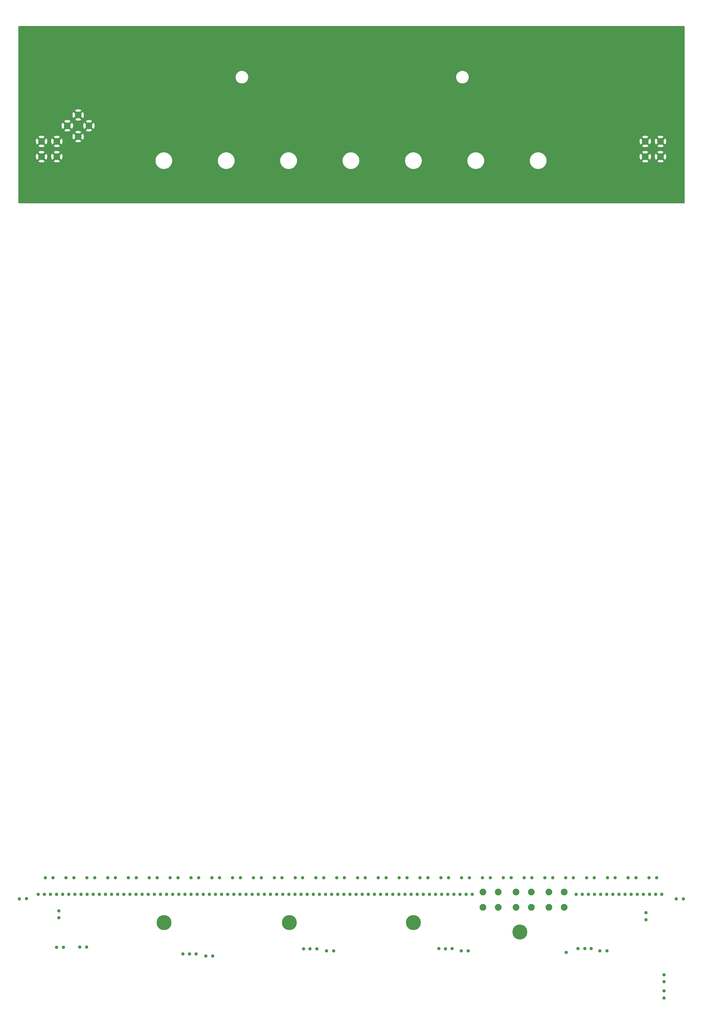
<source format=gbr>
G04 #@! TF.GenerationSoftware,KiCad,Pcbnew,(6.0.4-0)*
G04 #@! TF.CreationDate,2023-02-10T11:36:12-08:00*
G04 #@! TF.ProjectId,stripline_anode,73747269-706c-4696-9e65-5f616e6f6465,1a*
G04 #@! TF.SameCoordinates,Original*
G04 #@! TF.FileFunction,Copper,L2,Inr*
G04 #@! TF.FilePolarity,Positive*
%FSLAX46Y46*%
G04 Gerber Fmt 4.6, Leading zero omitted, Abs format (unit mm)*
G04 Created by KiCad (PCBNEW (6.0.4-0)) date 2023-02-10 11:36:12*
%MOMM*%
%LPD*%
G01*
G04 APERTURE LIST*
G04 #@! TA.AperFunction,ComponentPad*
%ADD10C,2.250000*%
G04 #@! TD*
G04 #@! TA.AperFunction,ComponentPad*
%ADD11C,5.000000*%
G04 #@! TD*
G04 #@! TA.AperFunction,ViaPad*
%ADD12C,1.110000*%
G04 #@! TD*
G04 APERTURE END LIST*
D10*
X180101398Y-106220500D03*
X183693500Y-102628398D03*
X183693500Y-109812602D03*
X187285602Y-106220500D03*
D11*
X295143500Y-370995500D03*
D10*
X340168500Y-360880500D03*
X345248500Y-365960500D03*
X340168500Y-365960500D03*
X345248500Y-360880500D03*
X329223500Y-360880500D03*
X329223500Y-365960500D03*
X334303500Y-365960500D03*
X334303500Y-360880500D03*
X171528500Y-116485500D03*
X171528500Y-111405500D03*
X176608500Y-116485500D03*
X176608500Y-111405500D03*
X318278500Y-365960500D03*
X318278500Y-360880500D03*
X323358500Y-360880500D03*
X323358500Y-365960500D03*
D11*
X330493500Y-374145500D03*
X212243500Y-370995500D03*
D10*
X377283500Y-116485500D03*
X372203500Y-111405500D03*
X372203500Y-116485500D03*
X377283500Y-111405500D03*
D11*
X253868500Y-370995500D03*
D12*
X260341500Y-128744250D03*
X249673500Y-361607100D03*
X253737500Y-361607100D03*
X263897500Y-361607100D03*
X267961500Y-361607100D03*
X231385500Y-361607100D03*
X239513500Y-361607100D03*
X255769500Y-361607100D03*
X265929500Y-361607100D03*
X245609500Y-361607100D03*
X259833500Y-361607100D03*
X241545500Y-361607100D03*
X251705500Y-361607100D03*
X233417500Y-361607100D03*
X227321500Y-361607100D03*
X269993500Y-361607100D03*
X223257500Y-361607100D03*
X229353500Y-361607100D03*
X261865500Y-361607100D03*
X257801500Y-361607100D03*
X237481500Y-361607100D03*
X243577500Y-361607100D03*
X247641500Y-361607100D03*
X235449500Y-361607100D03*
X225289500Y-361607100D03*
X221225500Y-361607100D03*
X198873500Y-76623450D03*
X330953500Y-76623450D03*
X349241500Y-76623450D03*
X337049500Y-76623450D03*
X326889500Y-76623450D03*
X373625500Y-76623450D03*
X202937500Y-76623450D03*
X213097500Y-76623450D03*
X371593500Y-76623450D03*
X345177500Y-76623450D03*
X322825500Y-76623450D03*
X217161500Y-76623450D03*
X324857500Y-76623450D03*
X363465500Y-76623450D03*
X375657500Y-76623450D03*
X359401500Y-76623450D03*
X180585500Y-76623450D03*
X339081500Y-76623450D03*
X188713500Y-76623450D03*
X204969500Y-76623450D03*
X215129500Y-76623450D03*
X194809500Y-76623450D03*
X209033500Y-76623450D03*
X190745500Y-76623450D03*
X200905500Y-76623450D03*
X182617500Y-76623450D03*
X176521500Y-76623450D03*
X219193500Y-76623450D03*
X377689500Y-76623450D03*
X253737500Y-76623450D03*
X267961500Y-76623450D03*
X263897500Y-76623450D03*
X231385500Y-76623450D03*
X239513500Y-76623450D03*
X265929500Y-76623450D03*
X245609500Y-76623450D03*
X255769500Y-76623450D03*
X249673500Y-76623450D03*
X172457500Y-76623450D03*
X178553500Y-76623450D03*
X211065500Y-76623450D03*
X207001500Y-76623450D03*
X259833500Y-76623450D03*
X186681500Y-76623450D03*
X192777500Y-76623450D03*
X241545500Y-76623450D03*
X196841500Y-76623450D03*
X251705500Y-76623450D03*
X184649500Y-76623450D03*
X233417500Y-76623450D03*
X227321500Y-76623450D03*
X269993500Y-76623450D03*
X314697500Y-76623450D03*
X257801500Y-76623450D03*
X290313500Y-76623450D03*
X296409500Y-76623450D03*
X300473500Y-76623450D03*
X280153500Y-76623450D03*
X229353500Y-76623450D03*
X316729500Y-76623450D03*
X288281500Y-76623450D03*
X235449500Y-76623450D03*
X318761500Y-76623450D03*
X310633500Y-76623450D03*
X320793500Y-76623450D03*
X223257500Y-76623450D03*
X312665500Y-76623450D03*
X306569500Y-76623450D03*
X237481500Y-76623450D03*
X284217500Y-76623450D03*
X298441500Y-76623450D03*
X286249500Y-76623450D03*
X261865500Y-76623450D03*
X247641500Y-76623450D03*
X304537500Y-76623450D03*
X282185500Y-76623450D03*
X292345500Y-76623450D03*
X302505500Y-76623450D03*
X308601500Y-76623450D03*
X225289500Y-76623450D03*
X243577500Y-76623450D03*
X278121500Y-76623450D03*
X274057500Y-76623450D03*
X294377500Y-76623450D03*
X276089500Y-76623450D03*
X221225500Y-76623450D03*
X361433500Y-76623450D03*
X351273500Y-76623450D03*
X272025500Y-76623450D03*
X174489500Y-76623450D03*
X369561500Y-76623450D03*
X332985500Y-76623450D03*
X341113500Y-76623450D03*
X367529500Y-76623450D03*
X365497500Y-76623450D03*
X357369500Y-76623450D03*
X355337500Y-76623450D03*
X347209500Y-76623450D03*
X353305500Y-76623450D03*
X343145500Y-76623450D03*
X335017500Y-76623450D03*
X328921500Y-76623450D03*
X170425500Y-76623450D03*
X384893500Y-363120500D03*
X196841500Y-361607100D03*
X371593500Y-361607100D03*
X300473500Y-361607100D03*
X188713500Y-361607100D03*
X343543500Y-128744250D03*
X274057500Y-128744250D03*
X174489500Y-361607100D03*
X176521500Y-361607100D03*
X202937500Y-361607100D03*
X329429500Y-128744250D03*
X364481500Y-128744250D03*
X169917500Y-128744250D03*
X371085500Y-128744250D03*
X184649500Y-361607100D03*
X164143500Y-363095500D03*
X184649500Y-128744250D03*
X298441500Y-361607100D03*
X301997500Y-128744250D03*
X282185500Y-361607100D03*
X281169500Y-128744250D03*
X309109500Y-128744250D03*
X292345500Y-361607100D03*
X375657500Y-361607100D03*
X253737500Y-128744250D03*
X218685500Y-128744250D03*
X378705500Y-128744250D03*
X172457500Y-361607100D03*
X382468500Y-363120500D03*
X246625500Y-128744250D03*
X276089500Y-361607100D03*
X377689500Y-361607100D03*
X357369500Y-128744250D03*
X363465500Y-361607100D03*
X310633500Y-361607100D03*
X314697500Y-361607100D03*
X180585500Y-361607100D03*
X367529500Y-361607100D03*
X284217500Y-361607100D03*
X288168500Y-128720500D03*
X355337500Y-361607100D03*
X198873500Y-361607100D03*
X226305500Y-128744250D03*
X286249500Y-361607100D03*
X353305500Y-361607100D03*
X359401500Y-361607100D03*
X296409500Y-361607100D03*
X295393500Y-128744250D03*
X322825500Y-128744250D03*
X186681500Y-361607100D03*
X232909500Y-128744250D03*
X304537500Y-361607100D03*
X306569500Y-361607100D03*
X315713500Y-128744250D03*
X350765500Y-128744250D03*
X369561500Y-361607100D03*
X204969500Y-361607100D03*
X373625500Y-361607100D03*
X280153500Y-361607100D03*
X365497500Y-361607100D03*
X349241500Y-361607100D03*
X212081500Y-128744250D03*
X357369500Y-361607100D03*
X213097500Y-361607100D03*
X294377500Y-361607100D03*
X209033500Y-361607100D03*
X219193500Y-361607100D03*
X302505500Y-361607100D03*
X207001500Y-361607100D03*
X200905500Y-361607100D03*
X198365500Y-128744250D03*
X336541500Y-128744250D03*
X190745500Y-361607100D03*
X267453500Y-128744250D03*
X166518500Y-363070500D03*
X308601500Y-361607100D03*
X361433500Y-361607100D03*
X191253500Y-128744250D03*
X182617500Y-361607100D03*
X170425500Y-361607100D03*
X351273500Y-361607100D03*
X215129500Y-361607100D03*
X177537500Y-128744250D03*
X211065500Y-361607100D03*
X288281500Y-361607100D03*
X217161500Y-361607100D03*
X274057500Y-361607100D03*
X192777500Y-361607100D03*
X178553500Y-361607100D03*
X290313500Y-361607100D03*
X272025500Y-361607100D03*
X240021500Y-128744250D03*
X312665500Y-361607100D03*
X194809500Y-361607100D03*
X204969500Y-128744250D03*
X278121500Y-361607100D03*
X175323500Y-356146100D03*
X172758100Y-356120700D03*
X179666900Y-356120700D03*
X182257700Y-356120700D03*
X186575700Y-356120700D03*
X189166500Y-356120700D03*
X196100700Y-356146100D03*
X193509900Y-356146100D03*
X200418700Y-356146100D03*
X203034900Y-356120700D03*
X207352900Y-356120700D03*
X209943700Y-356120700D03*
X214261700Y-356120700D03*
X216852500Y-356120700D03*
X221195900Y-356095300D03*
X223761300Y-356120700D03*
X228130100Y-356120700D03*
X230695500Y-356095300D03*
X235038900Y-356120700D03*
X237604300Y-356146100D03*
X244538500Y-356120700D03*
X241947700Y-356120700D03*
X251447300Y-356120700D03*
X248856500Y-356120700D03*
X258330700Y-356095300D03*
X255816100Y-356120700D03*
X265290300Y-356146100D03*
X262724900Y-356120700D03*
X269633700Y-356120700D03*
X272199100Y-356095300D03*
X276542500Y-356120700D03*
X279133300Y-356120700D03*
X283451300Y-356120700D03*
X286042100Y-356120700D03*
X292976300Y-356095300D03*
X290410900Y-356120700D03*
X299910500Y-356120700D03*
X297319700Y-356120700D03*
X306819300Y-356120700D03*
X304228500Y-356120700D03*
X311137300Y-356120700D03*
X313728100Y-356120700D03*
X318046100Y-356120700D03*
X320662300Y-356095300D03*
X327596500Y-356120700D03*
X325005700Y-356120700D03*
X331914500Y-356120700D03*
X334505300Y-356120700D03*
X341414100Y-356120700D03*
X338823300Y-356120700D03*
X345732100Y-356120700D03*
X348322900Y-356120700D03*
X355257100Y-356095300D03*
X352666300Y-356095300D03*
X362191300Y-356120700D03*
X359600500Y-356120700D03*
X369100100Y-356120700D03*
X366509300Y-356120700D03*
X373418100Y-356120700D03*
X376008900Y-356120700D03*
X352118500Y-379645500D03*
X378468500Y-388345500D03*
X305818500Y-379695500D03*
X228443500Y-382120500D03*
X186493500Y-379145500D03*
X359443500Y-380370500D03*
X311043500Y-380395500D03*
X263018500Y-379720500D03*
X266268500Y-380370500D03*
X226118500Y-382120500D03*
X222885168Y-381395500D03*
X307960168Y-379670500D03*
X354243500Y-379670500D03*
X184168500Y-379145500D03*
X258618500Y-379720500D03*
X260768500Y-379720500D03*
X349843500Y-379670500D03*
X220743500Y-381395500D03*
X177293500Y-369420500D03*
X378468500Y-393720500D03*
X345943500Y-380945500D03*
X378468500Y-396045500D03*
X178793500Y-379195500D03*
X357118500Y-380370500D03*
X268593500Y-380370500D03*
X378468500Y-390670500D03*
X372393500Y-370070500D03*
X177293500Y-367095500D03*
X372393500Y-367745500D03*
X313368500Y-380395500D03*
X303560168Y-379670500D03*
X218485168Y-381395500D03*
X176468500Y-379195500D03*
G04 #@! TA.AperFunction,Conductor*
G36*
X385162319Y-73061758D02*
G01*
X385244398Y-73116602D01*
X385299242Y-73198681D01*
X385318500Y-73295500D01*
X385318500Y-131717500D01*
X385299242Y-131814319D01*
X385244398Y-131896398D01*
X385162319Y-131951242D01*
X385065500Y-131970500D01*
X164083500Y-131970500D01*
X163986681Y-131951242D01*
X163904602Y-131896398D01*
X163849758Y-131814319D01*
X163830500Y-131717500D01*
X163830500Y-118062916D01*
X170495745Y-118062916D01*
X170498817Y-118067514D01*
X170503104Y-118070866D01*
X170661972Y-118166512D01*
X170677870Y-118174612D01*
X170907473Y-118271836D01*
X170924347Y-118277614D01*
X171165357Y-118341517D01*
X171182900Y-118344863D01*
X171430496Y-118374168D01*
X171448326Y-118375009D01*
X171697600Y-118369135D01*
X171715352Y-118367457D01*
X171961320Y-118326516D01*
X171978661Y-118322353D01*
X172216399Y-118247166D01*
X172232986Y-118240599D01*
X172457751Y-118132668D01*
X172473257Y-118123824D01*
X172545307Y-118075682D01*
X172558073Y-118062916D01*
X175575745Y-118062916D01*
X175578817Y-118067514D01*
X175583104Y-118070866D01*
X175741972Y-118166512D01*
X175757870Y-118174612D01*
X175987473Y-118271836D01*
X176004347Y-118277614D01*
X176245357Y-118341517D01*
X176262900Y-118344863D01*
X176510496Y-118374168D01*
X176528326Y-118375009D01*
X176777600Y-118369135D01*
X176795352Y-118367457D01*
X177041320Y-118326516D01*
X177058661Y-118322353D01*
X177296399Y-118247166D01*
X177312986Y-118240599D01*
X177537751Y-118132668D01*
X177553257Y-118123824D01*
X177625307Y-118075682D01*
X177640290Y-118060699D01*
X177637041Y-118052856D01*
X177387531Y-117803346D01*
X209399367Y-117803346D01*
X209417750Y-118137376D01*
X209419078Y-118144871D01*
X209419079Y-118144877D01*
X209458824Y-118369135D01*
X209476129Y-118466778D01*
X209573658Y-118786781D01*
X209708925Y-119092749D01*
X209712816Y-119099290D01*
X209712817Y-119099291D01*
X209808253Y-119259703D01*
X209879971Y-119380251D01*
X210084317Y-119645121D01*
X210089656Y-119650544D01*
X210089659Y-119650548D01*
X210313654Y-119878090D01*
X210313660Y-119878096D01*
X210319004Y-119883524D01*
X210580632Y-120092005D01*
X210723022Y-120179775D01*
X210858927Y-120263549D01*
X210858932Y-120263552D01*
X210865412Y-120267546D01*
X211169217Y-120407602D01*
X211176476Y-120409940D01*
X211176477Y-120409940D01*
X211480397Y-120507811D01*
X211480402Y-120507812D01*
X211487649Y-120510146D01*
X211495124Y-120511592D01*
X211495127Y-120511593D01*
X211808613Y-120572244D01*
X211808616Y-120572244D01*
X211816093Y-120573691D01*
X211959331Y-120583833D01*
X212075855Y-120592084D01*
X212075863Y-120592084D01*
X212080322Y-120592400D01*
X212263017Y-120592400D01*
X212266812Y-120592171D01*
X212266819Y-120592171D01*
X212339188Y-120587808D01*
X212512829Y-120577340D01*
X212520329Y-120575970D01*
X212520331Y-120575970D01*
X212834416Y-120518608D01*
X212834421Y-120518607D01*
X212841921Y-120517237D01*
X212849197Y-120514978D01*
X212849204Y-120514976D01*
X213154128Y-120420294D01*
X213154135Y-120420291D01*
X213161408Y-120418033D01*
X213466664Y-120281166D01*
X213753266Y-120108617D01*
X214017063Y-119902887D01*
X214254234Y-119666955D01*
X214461343Y-119404239D01*
X214465299Y-119397745D01*
X214465304Y-119397738D01*
X214631429Y-119125044D01*
X214635389Y-119118544D01*
X214773853Y-118814009D01*
X214780264Y-118793740D01*
X214812579Y-118691558D01*
X214874728Y-118495045D01*
X214936553Y-118166273D01*
X214958433Y-117832454D01*
X214956831Y-117803346D01*
X230125767Y-117803346D01*
X230144150Y-118137376D01*
X230145478Y-118144871D01*
X230145479Y-118144877D01*
X230185224Y-118369135D01*
X230202529Y-118466778D01*
X230300058Y-118786781D01*
X230435325Y-119092749D01*
X230439216Y-119099290D01*
X230439217Y-119099291D01*
X230534653Y-119259703D01*
X230606371Y-119380251D01*
X230810717Y-119645121D01*
X230816056Y-119650544D01*
X230816059Y-119650548D01*
X231040054Y-119878090D01*
X231040060Y-119878096D01*
X231045404Y-119883524D01*
X231307032Y-120092005D01*
X231449422Y-120179775D01*
X231585327Y-120263549D01*
X231585332Y-120263552D01*
X231591812Y-120267546D01*
X231895617Y-120407602D01*
X231902876Y-120409940D01*
X231902877Y-120409940D01*
X232206797Y-120507811D01*
X232206802Y-120507812D01*
X232214049Y-120510146D01*
X232221524Y-120511592D01*
X232221527Y-120511593D01*
X232535013Y-120572244D01*
X232535016Y-120572244D01*
X232542493Y-120573691D01*
X232685731Y-120583833D01*
X232802255Y-120592084D01*
X232802263Y-120592084D01*
X232806722Y-120592400D01*
X232989417Y-120592400D01*
X232993212Y-120592171D01*
X232993219Y-120592171D01*
X233065588Y-120587808D01*
X233239229Y-120577340D01*
X233246729Y-120575970D01*
X233246731Y-120575970D01*
X233560816Y-120518608D01*
X233560821Y-120518607D01*
X233568321Y-120517237D01*
X233575597Y-120514978D01*
X233575604Y-120514976D01*
X233880528Y-120420294D01*
X233880535Y-120420291D01*
X233887808Y-120418033D01*
X234193064Y-120281166D01*
X234479666Y-120108617D01*
X234743463Y-119902887D01*
X234980634Y-119666955D01*
X235187743Y-119404239D01*
X235191699Y-119397745D01*
X235191704Y-119397738D01*
X235357829Y-119125044D01*
X235361789Y-119118544D01*
X235500253Y-118814009D01*
X235506664Y-118793740D01*
X235538979Y-118691558D01*
X235601128Y-118495045D01*
X235662953Y-118166273D01*
X235684833Y-117832454D01*
X235683231Y-117803346D01*
X250852167Y-117803346D01*
X250870550Y-118137376D01*
X250871878Y-118144871D01*
X250871879Y-118144877D01*
X250911624Y-118369135D01*
X250928929Y-118466778D01*
X251026458Y-118786781D01*
X251161725Y-119092749D01*
X251165616Y-119099290D01*
X251165617Y-119099291D01*
X251261053Y-119259703D01*
X251332771Y-119380251D01*
X251537117Y-119645121D01*
X251542456Y-119650544D01*
X251542459Y-119650548D01*
X251766454Y-119878090D01*
X251766460Y-119878096D01*
X251771804Y-119883524D01*
X252033432Y-120092005D01*
X252175822Y-120179775D01*
X252311727Y-120263549D01*
X252311732Y-120263552D01*
X252318212Y-120267546D01*
X252622017Y-120407602D01*
X252629276Y-120409940D01*
X252629277Y-120409940D01*
X252933197Y-120507811D01*
X252933202Y-120507812D01*
X252940449Y-120510146D01*
X252947924Y-120511592D01*
X252947927Y-120511593D01*
X253261413Y-120572244D01*
X253261416Y-120572244D01*
X253268893Y-120573691D01*
X253412131Y-120583833D01*
X253528655Y-120592084D01*
X253528663Y-120592084D01*
X253533122Y-120592400D01*
X253715817Y-120592400D01*
X253719612Y-120592171D01*
X253719619Y-120592171D01*
X253791988Y-120587808D01*
X253965629Y-120577340D01*
X253973129Y-120575970D01*
X253973131Y-120575970D01*
X254287216Y-120518608D01*
X254287221Y-120518607D01*
X254294721Y-120517237D01*
X254301997Y-120514978D01*
X254302004Y-120514976D01*
X254606928Y-120420294D01*
X254606935Y-120420291D01*
X254614208Y-120418033D01*
X254919464Y-120281166D01*
X255206066Y-120108617D01*
X255469863Y-119902887D01*
X255707034Y-119666955D01*
X255914143Y-119404239D01*
X255918099Y-119397745D01*
X255918104Y-119397738D01*
X256084229Y-119125044D01*
X256088189Y-119118544D01*
X256226653Y-118814009D01*
X256233064Y-118793740D01*
X256265379Y-118691558D01*
X256327528Y-118495045D01*
X256389353Y-118166273D01*
X256411233Y-117832454D01*
X256409631Y-117803346D01*
X271578567Y-117803346D01*
X271596950Y-118137376D01*
X271598278Y-118144871D01*
X271598279Y-118144877D01*
X271638024Y-118369135D01*
X271655329Y-118466778D01*
X271752858Y-118786781D01*
X271888125Y-119092749D01*
X271892016Y-119099290D01*
X271892017Y-119099291D01*
X271987453Y-119259703D01*
X272059171Y-119380251D01*
X272263517Y-119645121D01*
X272268856Y-119650544D01*
X272268859Y-119650548D01*
X272492854Y-119878090D01*
X272492860Y-119878096D01*
X272498204Y-119883524D01*
X272759832Y-120092005D01*
X272902222Y-120179775D01*
X273038127Y-120263549D01*
X273038132Y-120263552D01*
X273044612Y-120267546D01*
X273348417Y-120407602D01*
X273355676Y-120409940D01*
X273355677Y-120409940D01*
X273659597Y-120507811D01*
X273659602Y-120507812D01*
X273666849Y-120510146D01*
X273674324Y-120511592D01*
X273674327Y-120511593D01*
X273987813Y-120572244D01*
X273987816Y-120572244D01*
X273995293Y-120573691D01*
X274138531Y-120583833D01*
X274255055Y-120592084D01*
X274255063Y-120592084D01*
X274259522Y-120592400D01*
X274442217Y-120592400D01*
X274446012Y-120592171D01*
X274446019Y-120592171D01*
X274518388Y-120587808D01*
X274692029Y-120577340D01*
X274699529Y-120575970D01*
X274699531Y-120575970D01*
X275013616Y-120518608D01*
X275013621Y-120518607D01*
X275021121Y-120517237D01*
X275028397Y-120514978D01*
X275028404Y-120514976D01*
X275333328Y-120420294D01*
X275333335Y-120420291D01*
X275340608Y-120418033D01*
X275645864Y-120281166D01*
X275932466Y-120108617D01*
X276196263Y-119902887D01*
X276433434Y-119666955D01*
X276640543Y-119404239D01*
X276644499Y-119397745D01*
X276644504Y-119397738D01*
X276810629Y-119125044D01*
X276814589Y-119118544D01*
X276953053Y-118814009D01*
X276959464Y-118793740D01*
X276991779Y-118691558D01*
X277053928Y-118495045D01*
X277115753Y-118166273D01*
X277137633Y-117832454D01*
X277136031Y-117803346D01*
X292355767Y-117803346D01*
X292374150Y-118137376D01*
X292375478Y-118144871D01*
X292375479Y-118144877D01*
X292415224Y-118369135D01*
X292432529Y-118466778D01*
X292530058Y-118786781D01*
X292665325Y-119092749D01*
X292669216Y-119099290D01*
X292669217Y-119099291D01*
X292764653Y-119259703D01*
X292836371Y-119380251D01*
X293040717Y-119645121D01*
X293046056Y-119650544D01*
X293046059Y-119650548D01*
X293270054Y-119878090D01*
X293270060Y-119878096D01*
X293275404Y-119883524D01*
X293537032Y-120092005D01*
X293679422Y-120179775D01*
X293815327Y-120263549D01*
X293815332Y-120263552D01*
X293821812Y-120267546D01*
X294125617Y-120407602D01*
X294132876Y-120409940D01*
X294132877Y-120409940D01*
X294436797Y-120507811D01*
X294436802Y-120507812D01*
X294444049Y-120510146D01*
X294451524Y-120511592D01*
X294451527Y-120511593D01*
X294765013Y-120572244D01*
X294765016Y-120572244D01*
X294772493Y-120573691D01*
X294915731Y-120583833D01*
X295032255Y-120592084D01*
X295032263Y-120592084D01*
X295036722Y-120592400D01*
X295219417Y-120592400D01*
X295223212Y-120592171D01*
X295223219Y-120592171D01*
X295295588Y-120587808D01*
X295469229Y-120577340D01*
X295476729Y-120575970D01*
X295476731Y-120575970D01*
X295790816Y-120518608D01*
X295790821Y-120518607D01*
X295798321Y-120517237D01*
X295805597Y-120514978D01*
X295805604Y-120514976D01*
X296110528Y-120420294D01*
X296110535Y-120420291D01*
X296117808Y-120418033D01*
X296423064Y-120281166D01*
X296709666Y-120108617D01*
X296973463Y-119902887D01*
X297210634Y-119666955D01*
X297417743Y-119404239D01*
X297421699Y-119397745D01*
X297421704Y-119397738D01*
X297587829Y-119125044D01*
X297591789Y-119118544D01*
X297730253Y-118814009D01*
X297736664Y-118793740D01*
X297768979Y-118691558D01*
X297831128Y-118495045D01*
X297892953Y-118166273D01*
X297914833Y-117832454D01*
X297913231Y-117803346D01*
X313082167Y-117803346D01*
X313100550Y-118137376D01*
X313101878Y-118144871D01*
X313101879Y-118144877D01*
X313141624Y-118369135D01*
X313158929Y-118466778D01*
X313256458Y-118786781D01*
X313391725Y-119092749D01*
X313395616Y-119099290D01*
X313395617Y-119099291D01*
X313491053Y-119259703D01*
X313562771Y-119380251D01*
X313767117Y-119645121D01*
X313772456Y-119650544D01*
X313772459Y-119650548D01*
X313996454Y-119878090D01*
X313996460Y-119878096D01*
X314001804Y-119883524D01*
X314263432Y-120092005D01*
X314405822Y-120179775D01*
X314541727Y-120263549D01*
X314541732Y-120263552D01*
X314548212Y-120267546D01*
X314852017Y-120407602D01*
X314859276Y-120409940D01*
X314859277Y-120409940D01*
X315163197Y-120507811D01*
X315163202Y-120507812D01*
X315170449Y-120510146D01*
X315177924Y-120511592D01*
X315177927Y-120511593D01*
X315491413Y-120572244D01*
X315491416Y-120572244D01*
X315498893Y-120573691D01*
X315642131Y-120583833D01*
X315758655Y-120592084D01*
X315758663Y-120592084D01*
X315763122Y-120592400D01*
X315945817Y-120592400D01*
X315949612Y-120592171D01*
X315949619Y-120592171D01*
X316021988Y-120587808D01*
X316195629Y-120577340D01*
X316203129Y-120575970D01*
X316203131Y-120575970D01*
X316517216Y-120518608D01*
X316517221Y-120518607D01*
X316524721Y-120517237D01*
X316531997Y-120514978D01*
X316532004Y-120514976D01*
X316836928Y-120420294D01*
X316836935Y-120420291D01*
X316844208Y-120418033D01*
X317149464Y-120281166D01*
X317436066Y-120108617D01*
X317699863Y-119902887D01*
X317937034Y-119666955D01*
X318144143Y-119404239D01*
X318148099Y-119397745D01*
X318148104Y-119397738D01*
X318314229Y-119125044D01*
X318318189Y-119118544D01*
X318456653Y-118814009D01*
X318463064Y-118793740D01*
X318495379Y-118691558D01*
X318557528Y-118495045D01*
X318619353Y-118166273D01*
X318641233Y-117832454D01*
X318639631Y-117803346D01*
X333808567Y-117803346D01*
X333826950Y-118137376D01*
X333828278Y-118144871D01*
X333828279Y-118144877D01*
X333868024Y-118369135D01*
X333885329Y-118466778D01*
X333982858Y-118786781D01*
X334118125Y-119092749D01*
X334122016Y-119099290D01*
X334122017Y-119099291D01*
X334217453Y-119259703D01*
X334289171Y-119380251D01*
X334493517Y-119645121D01*
X334498856Y-119650544D01*
X334498859Y-119650548D01*
X334722854Y-119878090D01*
X334722860Y-119878096D01*
X334728204Y-119883524D01*
X334989832Y-120092005D01*
X335132222Y-120179775D01*
X335268127Y-120263549D01*
X335268132Y-120263552D01*
X335274612Y-120267546D01*
X335578417Y-120407602D01*
X335585676Y-120409940D01*
X335585677Y-120409940D01*
X335889597Y-120507811D01*
X335889602Y-120507812D01*
X335896849Y-120510146D01*
X335904324Y-120511592D01*
X335904327Y-120511593D01*
X336217813Y-120572244D01*
X336217816Y-120572244D01*
X336225293Y-120573691D01*
X336368531Y-120583833D01*
X336485055Y-120592084D01*
X336485063Y-120592084D01*
X336489522Y-120592400D01*
X336672217Y-120592400D01*
X336676012Y-120592171D01*
X336676019Y-120592171D01*
X336748388Y-120587808D01*
X336922029Y-120577340D01*
X336929529Y-120575970D01*
X336929531Y-120575970D01*
X337243616Y-120518608D01*
X337243621Y-120518607D01*
X337251121Y-120517237D01*
X337258397Y-120514978D01*
X337258404Y-120514976D01*
X337563328Y-120420294D01*
X337563335Y-120420291D01*
X337570608Y-120418033D01*
X337875864Y-120281166D01*
X338162466Y-120108617D01*
X338426263Y-119902887D01*
X338663434Y-119666955D01*
X338870543Y-119404239D01*
X338874499Y-119397745D01*
X338874504Y-119397738D01*
X339040629Y-119125044D01*
X339044589Y-119118544D01*
X339183053Y-118814009D01*
X339189464Y-118793740D01*
X339221779Y-118691558D01*
X339283928Y-118495045D01*
X339345753Y-118166273D01*
X339352527Y-118062916D01*
X371170745Y-118062916D01*
X371173817Y-118067514D01*
X371178104Y-118070866D01*
X371336972Y-118166512D01*
X371352870Y-118174612D01*
X371582473Y-118271836D01*
X371599347Y-118277614D01*
X371840357Y-118341517D01*
X371857900Y-118344863D01*
X372105496Y-118374168D01*
X372123326Y-118375009D01*
X372372600Y-118369135D01*
X372390352Y-118367457D01*
X372636320Y-118326516D01*
X372653661Y-118322353D01*
X372891399Y-118247166D01*
X372907986Y-118240599D01*
X373132751Y-118132668D01*
X373148257Y-118123824D01*
X373220307Y-118075682D01*
X373233073Y-118062916D01*
X376250745Y-118062916D01*
X376253817Y-118067514D01*
X376258104Y-118070866D01*
X376416972Y-118166512D01*
X376432870Y-118174612D01*
X376662473Y-118271836D01*
X376679347Y-118277614D01*
X376920357Y-118341517D01*
X376937900Y-118344863D01*
X377185496Y-118374168D01*
X377203326Y-118375009D01*
X377452600Y-118369135D01*
X377470352Y-118367457D01*
X377716320Y-118326516D01*
X377733661Y-118322353D01*
X377971399Y-118247166D01*
X377987986Y-118240599D01*
X378212751Y-118132668D01*
X378228257Y-118123824D01*
X378300307Y-118075682D01*
X378315290Y-118060699D01*
X378312041Y-118052856D01*
X377301119Y-117041934D01*
X377283500Y-117030161D01*
X377265881Y-117041934D01*
X376262518Y-118045297D01*
X376250745Y-118062916D01*
X373233073Y-118062916D01*
X373235290Y-118060699D01*
X373232041Y-118052856D01*
X372221119Y-117041934D01*
X372203500Y-117030161D01*
X372185881Y-117041934D01*
X371182518Y-118045297D01*
X371170745Y-118062916D01*
X339352527Y-118062916D01*
X339367633Y-117832454D01*
X339349250Y-117498424D01*
X339345476Y-117477126D01*
X339292202Y-117176531D01*
X339292201Y-117176528D01*
X339290871Y-117169022D01*
X339193342Y-116849019D01*
X339058075Y-116543051D01*
X339038862Y-116510756D01*
X338993800Y-116435014D01*
X370312964Y-116435014D01*
X370322754Y-116684155D01*
X370324713Y-116701905D01*
X370369507Y-116947170D01*
X370373947Y-116964465D01*
X370452856Y-117200985D01*
X370459683Y-117217467D01*
X370571137Y-117440522D01*
X370580212Y-117455867D01*
X370612678Y-117502841D01*
X370627895Y-117517588D01*
X370636183Y-117514002D01*
X371647066Y-116503119D01*
X371658839Y-116485500D01*
X372748161Y-116485500D01*
X372759934Y-116503119D01*
X373762598Y-117505783D01*
X373780217Y-117517556D01*
X373785659Y-117513920D01*
X373787851Y-117511162D01*
X373870691Y-117378330D01*
X373879044Y-117362552D01*
X373979859Y-117134514D01*
X373985905Y-117117721D01*
X374053585Y-116877747D01*
X374057204Y-116860271D01*
X374090727Y-116610691D01*
X374091790Y-116597831D01*
X374095117Y-116491955D01*
X374094864Y-116479057D01*
X374091746Y-116435014D01*
X375392964Y-116435014D01*
X375402754Y-116684155D01*
X375404713Y-116701905D01*
X375449507Y-116947170D01*
X375453947Y-116964465D01*
X375532856Y-117200985D01*
X375539683Y-117217467D01*
X375651137Y-117440522D01*
X375660212Y-117455867D01*
X375692678Y-117502841D01*
X375707895Y-117517588D01*
X375716183Y-117514002D01*
X376727066Y-116503119D01*
X376738839Y-116485500D01*
X377828161Y-116485500D01*
X377839934Y-116503119D01*
X378842598Y-117505783D01*
X378860217Y-117517556D01*
X378865659Y-117513920D01*
X378867851Y-117511162D01*
X378950691Y-117378330D01*
X378959044Y-117362552D01*
X379059859Y-117134514D01*
X379065905Y-117117721D01*
X379133585Y-116877747D01*
X379137204Y-116860271D01*
X379170727Y-116610691D01*
X379171790Y-116597831D01*
X379175117Y-116491955D01*
X379174864Y-116479057D01*
X379157079Y-116227871D01*
X379154563Y-116210191D01*
X379102085Y-115966440D01*
X379097107Y-115949306D01*
X379010808Y-115715383D01*
X379003463Y-115699117D01*
X378885064Y-115479686D01*
X378876223Y-115465754D01*
X378860908Y-115451819D01*
X378851630Y-115456185D01*
X377839934Y-116467881D01*
X377828161Y-116485500D01*
X376738839Y-116485500D01*
X376727066Y-116467881D01*
X375722657Y-115463472D01*
X375705038Y-115451699D01*
X375701291Y-115454203D01*
X375696790Y-115460053D01*
X375589090Y-115645473D01*
X375581234Y-115661507D01*
X375487629Y-115892606D01*
X375482115Y-115909577D01*
X375422007Y-116151557D01*
X375418938Y-116169144D01*
X375393525Y-116417174D01*
X375392964Y-116435014D01*
X374091746Y-116435014D01*
X374077079Y-116227871D01*
X374074563Y-116210191D01*
X374022085Y-115966440D01*
X374017107Y-115949306D01*
X373930808Y-115715383D01*
X373923463Y-115699117D01*
X373805064Y-115479686D01*
X373796223Y-115465754D01*
X373780908Y-115451819D01*
X373771630Y-115456185D01*
X372759934Y-116467881D01*
X372748161Y-116485500D01*
X371658839Y-116485500D01*
X371647066Y-116467881D01*
X370642657Y-115463472D01*
X370625038Y-115451699D01*
X370621291Y-115454203D01*
X370616790Y-115460053D01*
X370509090Y-115645473D01*
X370501234Y-115661507D01*
X370407629Y-115892606D01*
X370402115Y-115909577D01*
X370342007Y-116151557D01*
X370338938Y-116169144D01*
X370313525Y-116417174D01*
X370312964Y-116435014D01*
X338993800Y-116435014D01*
X338890924Y-116262096D01*
X338887029Y-116255549D01*
X338682683Y-115990679D01*
X338667082Y-115974831D01*
X338453346Y-115757710D01*
X338453340Y-115757704D01*
X338447996Y-115752276D01*
X338186368Y-115543795D01*
X338036961Y-115451699D01*
X337908073Y-115372251D01*
X337908068Y-115372248D01*
X337901588Y-115368254D01*
X337597783Y-115228198D01*
X337575074Y-115220885D01*
X337286603Y-115127989D01*
X337286598Y-115127988D01*
X337279351Y-115125654D01*
X337271876Y-115124208D01*
X337271873Y-115124207D01*
X336958387Y-115063556D01*
X336958384Y-115063556D01*
X336950907Y-115062109D01*
X336807669Y-115051967D01*
X336691145Y-115043716D01*
X336691137Y-115043716D01*
X336686678Y-115043400D01*
X336503983Y-115043400D01*
X336500188Y-115043629D01*
X336500181Y-115043629D01*
X336427812Y-115047992D01*
X336254171Y-115058460D01*
X336246671Y-115059830D01*
X336246669Y-115059830D01*
X335932584Y-115117192D01*
X335932579Y-115117193D01*
X335925079Y-115118563D01*
X335917803Y-115120822D01*
X335917796Y-115120824D01*
X335612872Y-115215506D01*
X335612865Y-115215509D01*
X335605592Y-115217767D01*
X335300336Y-115354634D01*
X335013734Y-115527183D01*
X334749937Y-115732913D01*
X334744537Y-115738285D01*
X334532408Y-115949306D01*
X334512766Y-115968845D01*
X334508047Y-115974831D01*
X334322504Y-116210191D01*
X334305657Y-116231561D01*
X334301701Y-116238055D01*
X334301696Y-116238062D01*
X334291043Y-116255549D01*
X334131611Y-116517256D01*
X333993147Y-116821791D01*
X333990852Y-116829048D01*
X333990850Y-116829053D01*
X333984536Y-116849019D01*
X333892272Y-117140755D01*
X333830447Y-117469527D01*
X333808567Y-117803346D01*
X318639631Y-117803346D01*
X318622850Y-117498424D01*
X318619076Y-117477126D01*
X318565802Y-117176531D01*
X318565801Y-117176528D01*
X318564471Y-117169022D01*
X318466942Y-116849019D01*
X318331675Y-116543051D01*
X318312462Y-116510756D01*
X318164524Y-116262096D01*
X318160629Y-116255549D01*
X317956283Y-115990679D01*
X317940682Y-115974831D01*
X317726946Y-115757710D01*
X317726940Y-115757704D01*
X317721596Y-115752276D01*
X317459968Y-115543795D01*
X317310561Y-115451699D01*
X317181673Y-115372251D01*
X317181668Y-115372248D01*
X317175188Y-115368254D01*
X316871383Y-115228198D01*
X316848674Y-115220885D01*
X316560203Y-115127989D01*
X316560198Y-115127988D01*
X316552951Y-115125654D01*
X316545476Y-115124208D01*
X316545473Y-115124207D01*
X316231987Y-115063556D01*
X316231984Y-115063556D01*
X316224507Y-115062109D01*
X316081269Y-115051967D01*
X315964745Y-115043716D01*
X315964737Y-115043716D01*
X315960278Y-115043400D01*
X315777583Y-115043400D01*
X315773788Y-115043629D01*
X315773781Y-115043629D01*
X315701412Y-115047992D01*
X315527771Y-115058460D01*
X315520271Y-115059830D01*
X315520269Y-115059830D01*
X315206184Y-115117192D01*
X315206179Y-115117193D01*
X315198679Y-115118563D01*
X315191403Y-115120822D01*
X315191396Y-115120824D01*
X314886472Y-115215506D01*
X314886465Y-115215509D01*
X314879192Y-115217767D01*
X314573936Y-115354634D01*
X314287334Y-115527183D01*
X314023537Y-115732913D01*
X314018137Y-115738285D01*
X313806008Y-115949306D01*
X313786366Y-115968845D01*
X313781647Y-115974831D01*
X313596104Y-116210191D01*
X313579257Y-116231561D01*
X313575301Y-116238055D01*
X313575296Y-116238062D01*
X313564643Y-116255549D01*
X313405211Y-116517256D01*
X313266747Y-116821791D01*
X313264452Y-116829048D01*
X313264450Y-116829053D01*
X313258136Y-116849019D01*
X313165872Y-117140755D01*
X313104047Y-117469527D01*
X313082167Y-117803346D01*
X297913231Y-117803346D01*
X297896450Y-117498424D01*
X297892676Y-117477126D01*
X297839402Y-117176531D01*
X297839401Y-117176528D01*
X297838071Y-117169022D01*
X297740542Y-116849019D01*
X297605275Y-116543051D01*
X297586062Y-116510756D01*
X297438124Y-116262096D01*
X297434229Y-116255549D01*
X297229883Y-115990679D01*
X297214282Y-115974831D01*
X297000546Y-115757710D01*
X297000540Y-115757704D01*
X296995196Y-115752276D01*
X296733568Y-115543795D01*
X296584161Y-115451699D01*
X296455273Y-115372251D01*
X296455268Y-115372248D01*
X296448788Y-115368254D01*
X296144983Y-115228198D01*
X296122274Y-115220885D01*
X295833803Y-115127989D01*
X295833798Y-115127988D01*
X295826551Y-115125654D01*
X295819076Y-115124208D01*
X295819073Y-115124207D01*
X295505587Y-115063556D01*
X295505584Y-115063556D01*
X295498107Y-115062109D01*
X295354869Y-115051967D01*
X295238345Y-115043716D01*
X295238337Y-115043716D01*
X295233878Y-115043400D01*
X295051183Y-115043400D01*
X295047388Y-115043629D01*
X295047381Y-115043629D01*
X294975012Y-115047992D01*
X294801371Y-115058460D01*
X294793871Y-115059830D01*
X294793869Y-115059830D01*
X294479784Y-115117192D01*
X294479779Y-115117193D01*
X294472279Y-115118563D01*
X294465003Y-115120822D01*
X294464996Y-115120824D01*
X294160072Y-115215506D01*
X294160065Y-115215509D01*
X294152792Y-115217767D01*
X293847536Y-115354634D01*
X293560934Y-115527183D01*
X293297137Y-115732913D01*
X293291737Y-115738285D01*
X293079608Y-115949306D01*
X293059966Y-115968845D01*
X293055247Y-115974831D01*
X292869704Y-116210191D01*
X292852857Y-116231561D01*
X292848901Y-116238055D01*
X292848896Y-116238062D01*
X292838243Y-116255549D01*
X292678811Y-116517256D01*
X292540347Y-116821791D01*
X292538052Y-116829048D01*
X292538050Y-116829053D01*
X292531736Y-116849019D01*
X292439472Y-117140755D01*
X292377647Y-117469527D01*
X292355767Y-117803346D01*
X277136031Y-117803346D01*
X277119250Y-117498424D01*
X277115476Y-117477126D01*
X277062202Y-117176531D01*
X277062201Y-117176528D01*
X277060871Y-117169022D01*
X276963342Y-116849019D01*
X276828075Y-116543051D01*
X276808862Y-116510756D01*
X276660924Y-116262096D01*
X276657029Y-116255549D01*
X276452683Y-115990679D01*
X276437082Y-115974831D01*
X276223346Y-115757710D01*
X276223340Y-115757704D01*
X276217996Y-115752276D01*
X275956368Y-115543795D01*
X275806961Y-115451699D01*
X275678073Y-115372251D01*
X275678068Y-115372248D01*
X275671588Y-115368254D01*
X275367783Y-115228198D01*
X275345074Y-115220885D01*
X275056603Y-115127989D01*
X275056598Y-115127988D01*
X275049351Y-115125654D01*
X275041876Y-115124208D01*
X275041873Y-115124207D01*
X274728387Y-115063556D01*
X274728384Y-115063556D01*
X274720907Y-115062109D01*
X274577669Y-115051967D01*
X274461145Y-115043716D01*
X274461137Y-115043716D01*
X274456678Y-115043400D01*
X274273983Y-115043400D01*
X274270188Y-115043629D01*
X274270181Y-115043629D01*
X274197812Y-115047992D01*
X274024171Y-115058460D01*
X274016671Y-115059830D01*
X274016669Y-115059830D01*
X273702584Y-115117192D01*
X273702579Y-115117193D01*
X273695079Y-115118563D01*
X273687803Y-115120822D01*
X273687796Y-115120824D01*
X273382872Y-115215506D01*
X273382865Y-115215509D01*
X273375592Y-115217767D01*
X273070336Y-115354634D01*
X272783734Y-115527183D01*
X272519937Y-115732913D01*
X272514537Y-115738285D01*
X272302408Y-115949306D01*
X272282766Y-115968845D01*
X272278047Y-115974831D01*
X272092504Y-116210191D01*
X272075657Y-116231561D01*
X272071701Y-116238055D01*
X272071696Y-116238062D01*
X272061043Y-116255549D01*
X271901611Y-116517256D01*
X271763147Y-116821791D01*
X271760852Y-116829048D01*
X271760850Y-116829053D01*
X271754536Y-116849019D01*
X271662272Y-117140755D01*
X271600447Y-117469527D01*
X271578567Y-117803346D01*
X256409631Y-117803346D01*
X256392850Y-117498424D01*
X256389076Y-117477126D01*
X256335802Y-117176531D01*
X256335801Y-117176528D01*
X256334471Y-117169022D01*
X256236942Y-116849019D01*
X256101675Y-116543051D01*
X256082462Y-116510756D01*
X255934524Y-116262096D01*
X255930629Y-116255549D01*
X255726283Y-115990679D01*
X255710682Y-115974831D01*
X255496946Y-115757710D01*
X255496940Y-115757704D01*
X255491596Y-115752276D01*
X255229968Y-115543795D01*
X255080561Y-115451699D01*
X254951673Y-115372251D01*
X254951668Y-115372248D01*
X254945188Y-115368254D01*
X254641383Y-115228198D01*
X254618674Y-115220885D01*
X254330203Y-115127989D01*
X254330198Y-115127988D01*
X254322951Y-115125654D01*
X254315476Y-115124208D01*
X254315473Y-115124207D01*
X254001987Y-115063556D01*
X254001984Y-115063556D01*
X253994507Y-115062109D01*
X253851269Y-115051967D01*
X253734745Y-115043716D01*
X253734737Y-115043716D01*
X253730278Y-115043400D01*
X253547583Y-115043400D01*
X253543788Y-115043629D01*
X253543781Y-115043629D01*
X253471412Y-115047992D01*
X253297771Y-115058460D01*
X253290271Y-115059830D01*
X253290269Y-115059830D01*
X252976184Y-115117192D01*
X252976179Y-115117193D01*
X252968679Y-115118563D01*
X252961403Y-115120822D01*
X252961396Y-115120824D01*
X252656472Y-115215506D01*
X252656465Y-115215509D01*
X252649192Y-115217767D01*
X252343936Y-115354634D01*
X252057334Y-115527183D01*
X251793537Y-115732913D01*
X251788137Y-115738285D01*
X251576008Y-115949306D01*
X251556366Y-115968845D01*
X251551647Y-115974831D01*
X251366104Y-116210191D01*
X251349257Y-116231561D01*
X251345301Y-116238055D01*
X251345296Y-116238062D01*
X251334643Y-116255549D01*
X251175211Y-116517256D01*
X251036747Y-116821791D01*
X251034452Y-116829048D01*
X251034450Y-116829053D01*
X251028136Y-116849019D01*
X250935872Y-117140755D01*
X250874047Y-117469527D01*
X250852167Y-117803346D01*
X235683231Y-117803346D01*
X235666450Y-117498424D01*
X235662676Y-117477126D01*
X235609402Y-117176531D01*
X235609401Y-117176528D01*
X235608071Y-117169022D01*
X235510542Y-116849019D01*
X235375275Y-116543051D01*
X235356062Y-116510756D01*
X235208124Y-116262096D01*
X235204229Y-116255549D01*
X234999883Y-115990679D01*
X234984282Y-115974831D01*
X234770546Y-115757710D01*
X234770540Y-115757704D01*
X234765196Y-115752276D01*
X234503568Y-115543795D01*
X234354161Y-115451699D01*
X234225273Y-115372251D01*
X234225268Y-115372248D01*
X234218788Y-115368254D01*
X233914983Y-115228198D01*
X233892274Y-115220885D01*
X233603803Y-115127989D01*
X233603798Y-115127988D01*
X233596551Y-115125654D01*
X233589076Y-115124208D01*
X233589073Y-115124207D01*
X233275587Y-115063556D01*
X233275584Y-115063556D01*
X233268107Y-115062109D01*
X233124869Y-115051967D01*
X233008345Y-115043716D01*
X233008337Y-115043716D01*
X233003878Y-115043400D01*
X232821183Y-115043400D01*
X232817388Y-115043629D01*
X232817381Y-115043629D01*
X232745012Y-115047992D01*
X232571371Y-115058460D01*
X232563871Y-115059830D01*
X232563869Y-115059830D01*
X232249784Y-115117192D01*
X232249779Y-115117193D01*
X232242279Y-115118563D01*
X232235003Y-115120822D01*
X232234996Y-115120824D01*
X231930072Y-115215506D01*
X231930065Y-115215509D01*
X231922792Y-115217767D01*
X231617536Y-115354634D01*
X231330934Y-115527183D01*
X231067137Y-115732913D01*
X231061737Y-115738285D01*
X230849608Y-115949306D01*
X230829966Y-115968845D01*
X230825247Y-115974831D01*
X230639704Y-116210191D01*
X230622857Y-116231561D01*
X230618901Y-116238055D01*
X230618896Y-116238062D01*
X230608243Y-116255549D01*
X230448811Y-116517256D01*
X230310347Y-116821791D01*
X230308052Y-116829048D01*
X230308050Y-116829053D01*
X230301736Y-116849019D01*
X230209472Y-117140755D01*
X230147647Y-117469527D01*
X230125767Y-117803346D01*
X214956831Y-117803346D01*
X214940050Y-117498424D01*
X214936276Y-117477126D01*
X214883002Y-117176531D01*
X214883001Y-117176528D01*
X214881671Y-117169022D01*
X214784142Y-116849019D01*
X214648875Y-116543051D01*
X214629662Y-116510756D01*
X214481724Y-116262096D01*
X214477829Y-116255549D01*
X214273483Y-115990679D01*
X214257882Y-115974831D01*
X214044146Y-115757710D01*
X214044140Y-115757704D01*
X214038796Y-115752276D01*
X213777168Y-115543795D01*
X213627761Y-115451699D01*
X213498873Y-115372251D01*
X213498868Y-115372248D01*
X213492388Y-115368254D01*
X213188583Y-115228198D01*
X213165874Y-115220885D01*
X212877403Y-115127989D01*
X212877398Y-115127988D01*
X212870151Y-115125654D01*
X212862676Y-115124208D01*
X212862673Y-115124207D01*
X212549187Y-115063556D01*
X212549184Y-115063556D01*
X212541707Y-115062109D01*
X212398469Y-115051967D01*
X212281945Y-115043716D01*
X212281937Y-115043716D01*
X212277478Y-115043400D01*
X212094783Y-115043400D01*
X212090988Y-115043629D01*
X212090981Y-115043629D01*
X212018612Y-115047992D01*
X211844971Y-115058460D01*
X211837471Y-115059830D01*
X211837469Y-115059830D01*
X211523384Y-115117192D01*
X211523379Y-115117193D01*
X211515879Y-115118563D01*
X211508603Y-115120822D01*
X211508596Y-115120824D01*
X211203672Y-115215506D01*
X211203665Y-115215509D01*
X211196392Y-115217767D01*
X210891136Y-115354634D01*
X210604534Y-115527183D01*
X210340737Y-115732913D01*
X210335337Y-115738285D01*
X210123208Y-115949306D01*
X210103566Y-115968845D01*
X210098847Y-115974831D01*
X209913304Y-116210191D01*
X209896457Y-116231561D01*
X209892501Y-116238055D01*
X209892496Y-116238062D01*
X209881843Y-116255549D01*
X209722411Y-116517256D01*
X209583947Y-116821791D01*
X209581652Y-116829048D01*
X209581650Y-116829053D01*
X209575336Y-116849019D01*
X209483072Y-117140755D01*
X209421247Y-117469527D01*
X209399367Y-117803346D01*
X177387531Y-117803346D01*
X176626119Y-117041934D01*
X176608500Y-117030161D01*
X176590881Y-117041934D01*
X175587518Y-118045297D01*
X175575745Y-118062916D01*
X172558073Y-118062916D01*
X172560290Y-118060699D01*
X172557041Y-118052856D01*
X171546119Y-117041934D01*
X171528500Y-117030161D01*
X171510881Y-117041934D01*
X170507518Y-118045297D01*
X170495745Y-118062916D01*
X163830500Y-118062916D01*
X163830500Y-116435014D01*
X169637964Y-116435014D01*
X169647754Y-116684155D01*
X169649713Y-116701905D01*
X169694507Y-116947170D01*
X169698947Y-116964465D01*
X169777856Y-117200985D01*
X169784683Y-117217467D01*
X169896137Y-117440522D01*
X169905212Y-117455867D01*
X169937678Y-117502841D01*
X169952895Y-117517588D01*
X169961183Y-117514002D01*
X170972066Y-116503119D01*
X170983839Y-116485500D01*
X172073161Y-116485500D01*
X172084934Y-116503119D01*
X173087598Y-117505783D01*
X173105217Y-117517556D01*
X173110659Y-117513920D01*
X173112851Y-117511162D01*
X173195691Y-117378330D01*
X173204044Y-117362552D01*
X173304859Y-117134514D01*
X173310905Y-117117721D01*
X173378585Y-116877747D01*
X173382204Y-116860271D01*
X173415727Y-116610691D01*
X173416790Y-116597831D01*
X173420117Y-116491955D01*
X173419864Y-116479057D01*
X173416746Y-116435014D01*
X174717964Y-116435014D01*
X174727754Y-116684155D01*
X174729713Y-116701905D01*
X174774507Y-116947170D01*
X174778947Y-116964465D01*
X174857856Y-117200985D01*
X174864683Y-117217467D01*
X174976137Y-117440522D01*
X174985212Y-117455867D01*
X175017678Y-117502841D01*
X175032895Y-117517588D01*
X175041183Y-117514002D01*
X176052066Y-116503119D01*
X176063839Y-116485500D01*
X177153161Y-116485500D01*
X177164934Y-116503119D01*
X178167598Y-117505783D01*
X178185217Y-117517556D01*
X178190659Y-117513920D01*
X178192851Y-117511162D01*
X178275691Y-117378330D01*
X178284044Y-117362552D01*
X178384859Y-117134514D01*
X178390905Y-117117721D01*
X178458585Y-116877747D01*
X178462204Y-116860271D01*
X178495727Y-116610691D01*
X178496790Y-116597831D01*
X178500117Y-116491955D01*
X178499864Y-116479057D01*
X178482079Y-116227871D01*
X178479563Y-116210191D01*
X178427085Y-115966440D01*
X178422107Y-115949306D01*
X178335808Y-115715383D01*
X178328463Y-115699117D01*
X178210064Y-115479686D01*
X178201223Y-115465754D01*
X178185908Y-115451819D01*
X178176630Y-115456185D01*
X177164934Y-116467881D01*
X177153161Y-116485500D01*
X176063839Y-116485500D01*
X176052066Y-116467881D01*
X175047657Y-115463472D01*
X175030038Y-115451699D01*
X175026291Y-115454203D01*
X175021790Y-115460053D01*
X174914090Y-115645473D01*
X174906234Y-115661507D01*
X174812629Y-115892606D01*
X174807115Y-115909577D01*
X174747007Y-116151557D01*
X174743938Y-116169144D01*
X174718525Y-116417174D01*
X174717964Y-116435014D01*
X173416746Y-116435014D01*
X173402079Y-116227871D01*
X173399563Y-116210191D01*
X173347085Y-115966440D01*
X173342107Y-115949306D01*
X173255808Y-115715383D01*
X173248463Y-115699117D01*
X173130064Y-115479686D01*
X173121223Y-115465754D01*
X173105908Y-115451819D01*
X173096630Y-115456185D01*
X172084934Y-116467881D01*
X172073161Y-116485500D01*
X170983839Y-116485500D01*
X170972066Y-116467881D01*
X169967657Y-115463472D01*
X169950038Y-115451699D01*
X169946291Y-115454203D01*
X169941790Y-115460053D01*
X169834090Y-115645473D01*
X169826234Y-115661507D01*
X169732629Y-115892606D01*
X169727115Y-115909577D01*
X169667007Y-116151557D01*
X169663938Y-116169144D01*
X169638525Y-116417174D01*
X169637964Y-116435014D01*
X163830500Y-116435014D01*
X163830500Y-114909158D01*
X170495781Y-114909158D01*
X170499738Y-114917923D01*
X171510881Y-115929066D01*
X171528500Y-115940839D01*
X171546119Y-115929066D01*
X172551649Y-114923536D01*
X172561256Y-114909158D01*
X175575781Y-114909158D01*
X175579738Y-114917923D01*
X176590881Y-115929066D01*
X176608500Y-115940839D01*
X176626119Y-115929066D01*
X177631649Y-114923536D01*
X177641256Y-114909158D01*
X371170781Y-114909158D01*
X371174738Y-114917923D01*
X372185881Y-115929066D01*
X372203500Y-115940839D01*
X372221119Y-115929066D01*
X373226649Y-114923536D01*
X373236256Y-114909158D01*
X376250781Y-114909158D01*
X376254738Y-114917923D01*
X377265881Y-115929066D01*
X377283500Y-115940839D01*
X377301119Y-115929066D01*
X378306649Y-114923536D01*
X378318422Y-114905917D01*
X378314481Y-114900018D01*
X378314360Y-114899939D01*
X378096799Y-114778099D01*
X378080662Y-114770505D01*
X377848109Y-114680538D01*
X377831063Y-114675294D01*
X377588157Y-114618990D01*
X377570531Y-114616199D01*
X377322135Y-114594686D01*
X377304280Y-114594405D01*
X377055319Y-114608107D01*
X377037624Y-114610342D01*
X376793069Y-114658987D01*
X376775864Y-114663694D01*
X376540605Y-114746310D01*
X376524235Y-114753394D01*
X376302957Y-114868339D01*
X376287753Y-114877656D01*
X376265288Y-114893709D01*
X376250781Y-114909158D01*
X373236256Y-114909158D01*
X373238422Y-114905917D01*
X373234481Y-114900018D01*
X373234360Y-114899939D01*
X373016799Y-114778099D01*
X373000662Y-114770505D01*
X372768109Y-114680538D01*
X372751063Y-114675294D01*
X372508157Y-114618990D01*
X372490531Y-114616199D01*
X372242135Y-114594686D01*
X372224280Y-114594405D01*
X371975319Y-114608107D01*
X371957624Y-114610342D01*
X371713069Y-114658987D01*
X371695864Y-114663694D01*
X371460605Y-114746310D01*
X371444235Y-114753394D01*
X371222957Y-114868339D01*
X371207753Y-114877656D01*
X371185288Y-114893709D01*
X371170781Y-114909158D01*
X177641256Y-114909158D01*
X177643422Y-114905917D01*
X177639481Y-114900018D01*
X177639360Y-114899939D01*
X177421799Y-114778099D01*
X177405662Y-114770505D01*
X177173109Y-114680538D01*
X177156063Y-114675294D01*
X176913157Y-114618990D01*
X176895531Y-114616199D01*
X176647135Y-114594686D01*
X176629280Y-114594405D01*
X176380319Y-114608107D01*
X176362624Y-114610342D01*
X176118069Y-114658987D01*
X176100864Y-114663694D01*
X175865605Y-114746310D01*
X175849235Y-114753394D01*
X175627957Y-114868339D01*
X175612753Y-114877656D01*
X175590288Y-114893709D01*
X175575781Y-114909158D01*
X172561256Y-114909158D01*
X172563422Y-114905917D01*
X172559481Y-114900018D01*
X172559360Y-114899939D01*
X172341799Y-114778099D01*
X172325662Y-114770505D01*
X172093109Y-114680538D01*
X172076063Y-114675294D01*
X171833157Y-114618990D01*
X171815531Y-114616199D01*
X171567135Y-114594686D01*
X171549280Y-114594405D01*
X171300319Y-114608107D01*
X171282624Y-114610342D01*
X171038069Y-114658987D01*
X171020864Y-114663694D01*
X170785605Y-114746310D01*
X170769235Y-114753394D01*
X170547957Y-114868339D01*
X170532753Y-114877656D01*
X170510288Y-114893709D01*
X170495781Y-114909158D01*
X163830500Y-114909158D01*
X163830500Y-112982916D01*
X170495745Y-112982916D01*
X170498817Y-112987514D01*
X170503104Y-112990866D01*
X170661972Y-113086512D01*
X170677870Y-113094612D01*
X170907473Y-113191836D01*
X170924347Y-113197614D01*
X171165357Y-113261517D01*
X171182900Y-113264863D01*
X171430496Y-113294168D01*
X171448326Y-113295009D01*
X171697600Y-113289135D01*
X171715352Y-113287457D01*
X171961320Y-113246516D01*
X171978661Y-113242353D01*
X172216399Y-113167166D01*
X172232986Y-113160599D01*
X172457751Y-113052668D01*
X172473257Y-113043824D01*
X172545307Y-112995682D01*
X172558073Y-112982916D01*
X175575745Y-112982916D01*
X175578817Y-112987514D01*
X175583104Y-112990866D01*
X175741972Y-113086512D01*
X175757870Y-113094612D01*
X175987473Y-113191836D01*
X176004347Y-113197614D01*
X176245357Y-113261517D01*
X176262900Y-113264863D01*
X176510496Y-113294168D01*
X176528326Y-113295009D01*
X176777600Y-113289135D01*
X176795352Y-113287457D01*
X177041320Y-113246516D01*
X177058661Y-113242353D01*
X177296399Y-113167166D01*
X177312986Y-113160599D01*
X177537751Y-113052668D01*
X177553257Y-113043824D01*
X177625307Y-112995682D01*
X177638073Y-112982916D01*
X371170745Y-112982916D01*
X371173817Y-112987514D01*
X371178104Y-112990866D01*
X371336972Y-113086512D01*
X371352870Y-113094612D01*
X371582473Y-113191836D01*
X371599347Y-113197614D01*
X371840357Y-113261517D01*
X371857900Y-113264863D01*
X372105496Y-113294168D01*
X372123326Y-113295009D01*
X372372600Y-113289135D01*
X372390352Y-113287457D01*
X372636320Y-113246516D01*
X372653661Y-113242353D01*
X372891399Y-113167166D01*
X372907986Y-113160599D01*
X373132751Y-113052668D01*
X373148257Y-113043824D01*
X373220307Y-112995682D01*
X373233073Y-112982916D01*
X376250745Y-112982916D01*
X376253817Y-112987514D01*
X376258104Y-112990866D01*
X376416972Y-113086512D01*
X376432870Y-113094612D01*
X376662473Y-113191836D01*
X376679347Y-113197614D01*
X376920357Y-113261517D01*
X376937900Y-113264863D01*
X377185496Y-113294168D01*
X377203326Y-113295009D01*
X377452600Y-113289135D01*
X377470352Y-113287457D01*
X377716320Y-113246516D01*
X377733661Y-113242353D01*
X377971399Y-113167166D01*
X377987986Y-113160599D01*
X378212751Y-113052668D01*
X378228257Y-113043824D01*
X378300307Y-112995682D01*
X378315290Y-112980699D01*
X378312041Y-112972856D01*
X377301119Y-111961934D01*
X377283500Y-111950161D01*
X377265881Y-111961934D01*
X376262518Y-112965297D01*
X376250745Y-112982916D01*
X373233073Y-112982916D01*
X373235290Y-112980699D01*
X373232041Y-112972856D01*
X372221119Y-111961934D01*
X372203500Y-111950161D01*
X372185881Y-111961934D01*
X371182518Y-112965297D01*
X371170745Y-112982916D01*
X177638073Y-112982916D01*
X177640290Y-112980699D01*
X177637041Y-112972856D01*
X176626119Y-111961934D01*
X176608500Y-111950161D01*
X176590881Y-111961934D01*
X175587518Y-112965297D01*
X175575745Y-112982916D01*
X172558073Y-112982916D01*
X172560290Y-112980699D01*
X172557041Y-112972856D01*
X171546119Y-111961934D01*
X171528500Y-111950161D01*
X171510881Y-111961934D01*
X170507518Y-112965297D01*
X170495745Y-112982916D01*
X163830500Y-112982916D01*
X163830500Y-111355014D01*
X169637964Y-111355014D01*
X169647754Y-111604155D01*
X169649713Y-111621905D01*
X169694507Y-111867170D01*
X169698947Y-111884465D01*
X169777856Y-112120985D01*
X169784683Y-112137467D01*
X169896137Y-112360522D01*
X169905212Y-112375867D01*
X169937678Y-112422841D01*
X169952895Y-112437588D01*
X169961183Y-112434002D01*
X170972066Y-111423119D01*
X170983839Y-111405500D01*
X172073161Y-111405500D01*
X172084934Y-111423119D01*
X173087598Y-112425783D01*
X173105217Y-112437556D01*
X173110659Y-112433920D01*
X173112851Y-112431162D01*
X173195691Y-112298330D01*
X173204044Y-112282552D01*
X173304859Y-112054514D01*
X173310905Y-112037721D01*
X173378585Y-111797747D01*
X173382204Y-111780271D01*
X173415727Y-111530691D01*
X173416790Y-111517831D01*
X173420117Y-111411955D01*
X173419864Y-111399057D01*
X173416746Y-111355014D01*
X174717964Y-111355014D01*
X174727754Y-111604155D01*
X174729713Y-111621905D01*
X174774507Y-111867170D01*
X174778947Y-111884465D01*
X174857856Y-112120985D01*
X174864683Y-112137467D01*
X174976137Y-112360522D01*
X174985212Y-112375867D01*
X175017678Y-112422841D01*
X175032895Y-112437588D01*
X175041183Y-112434002D01*
X176052066Y-111423119D01*
X176063839Y-111405500D01*
X177153161Y-111405500D01*
X177164934Y-111423119D01*
X178167598Y-112425783D01*
X178185217Y-112437556D01*
X178190659Y-112433920D01*
X178192851Y-112431162D01*
X178275691Y-112298330D01*
X178284044Y-112282552D01*
X178384859Y-112054514D01*
X178390905Y-112037721D01*
X178458585Y-111797747D01*
X178462204Y-111780271D01*
X178495727Y-111530691D01*
X178496790Y-111517831D01*
X178500117Y-111411955D01*
X178499864Y-111399057D01*
X178499224Y-111390018D01*
X182660745Y-111390018D01*
X182663817Y-111394616D01*
X182668104Y-111397968D01*
X182826972Y-111493614D01*
X182842870Y-111501714D01*
X183072473Y-111598938D01*
X183089347Y-111604716D01*
X183330357Y-111668619D01*
X183347900Y-111671965D01*
X183595496Y-111701270D01*
X183613326Y-111702111D01*
X183862600Y-111696237D01*
X183880352Y-111694559D01*
X184126320Y-111653618D01*
X184143661Y-111649455D01*
X184381399Y-111574268D01*
X184397986Y-111567701D01*
X184622751Y-111459770D01*
X184638257Y-111450926D01*
X184710307Y-111402784D01*
X184725290Y-111387801D01*
X184722041Y-111379958D01*
X184697097Y-111355014D01*
X370312964Y-111355014D01*
X370322754Y-111604155D01*
X370324713Y-111621905D01*
X370369507Y-111867170D01*
X370373947Y-111884465D01*
X370452856Y-112120985D01*
X370459683Y-112137467D01*
X370571137Y-112360522D01*
X370580212Y-112375867D01*
X370612678Y-112422841D01*
X370627895Y-112437588D01*
X370636183Y-112434002D01*
X371647066Y-111423119D01*
X371658839Y-111405500D01*
X372748161Y-111405500D01*
X372759934Y-111423119D01*
X373762598Y-112425783D01*
X373780217Y-112437556D01*
X373785659Y-112433920D01*
X373787851Y-112431162D01*
X373870691Y-112298330D01*
X373879044Y-112282552D01*
X373979859Y-112054514D01*
X373985905Y-112037721D01*
X374053585Y-111797747D01*
X374057204Y-111780271D01*
X374090727Y-111530691D01*
X374091790Y-111517831D01*
X374095117Y-111411955D01*
X374094864Y-111399057D01*
X374091746Y-111355014D01*
X375392964Y-111355014D01*
X375402754Y-111604155D01*
X375404713Y-111621905D01*
X375449507Y-111867170D01*
X375453947Y-111884465D01*
X375532856Y-112120985D01*
X375539683Y-112137467D01*
X375651137Y-112360522D01*
X375660212Y-112375867D01*
X375692678Y-112422841D01*
X375707895Y-112437588D01*
X375716183Y-112434002D01*
X376727066Y-111423119D01*
X376738839Y-111405500D01*
X377828161Y-111405500D01*
X377839934Y-111423119D01*
X378842598Y-112425783D01*
X378860217Y-112437556D01*
X378865659Y-112433920D01*
X378867851Y-112431162D01*
X378950691Y-112298330D01*
X378959044Y-112282552D01*
X379059859Y-112054514D01*
X379065905Y-112037721D01*
X379133585Y-111797747D01*
X379137204Y-111780271D01*
X379170727Y-111530691D01*
X379171790Y-111517831D01*
X379175117Y-111411955D01*
X379174864Y-111399057D01*
X379157079Y-111147871D01*
X379154563Y-111130191D01*
X379102085Y-110886440D01*
X379097107Y-110869306D01*
X379010808Y-110635383D01*
X379003463Y-110619117D01*
X378885064Y-110399686D01*
X378876223Y-110385754D01*
X378860908Y-110371819D01*
X378851630Y-110376185D01*
X377839934Y-111387881D01*
X377828161Y-111405500D01*
X376738839Y-111405500D01*
X376727066Y-111387881D01*
X375722657Y-110383472D01*
X375705038Y-110371699D01*
X375701291Y-110374203D01*
X375696790Y-110380053D01*
X375589090Y-110565473D01*
X375581234Y-110581507D01*
X375487631Y-110812602D01*
X375482115Y-110829577D01*
X375422007Y-111071557D01*
X375418938Y-111089144D01*
X375393525Y-111337174D01*
X375392964Y-111355014D01*
X374091746Y-111355014D01*
X374077079Y-111147871D01*
X374074563Y-111130191D01*
X374022085Y-110886440D01*
X374017107Y-110869306D01*
X373930808Y-110635383D01*
X373923463Y-110619117D01*
X373805064Y-110399686D01*
X373796223Y-110385754D01*
X373780908Y-110371819D01*
X373771630Y-110376185D01*
X372759934Y-111387881D01*
X372748161Y-111405500D01*
X371658839Y-111405500D01*
X371647066Y-111387881D01*
X370642657Y-110383472D01*
X370625038Y-110371699D01*
X370621291Y-110374203D01*
X370616790Y-110380053D01*
X370509090Y-110565473D01*
X370501234Y-110581507D01*
X370407631Y-110812602D01*
X370402115Y-110829577D01*
X370342007Y-111071557D01*
X370338938Y-111089144D01*
X370313525Y-111337174D01*
X370312964Y-111355014D01*
X184697097Y-111355014D01*
X183711119Y-110369036D01*
X183693500Y-110357263D01*
X183675881Y-110369036D01*
X182672518Y-111372399D01*
X182660745Y-111390018D01*
X178499224Y-111390018D01*
X178482079Y-111147871D01*
X178479563Y-111130191D01*
X178427085Y-110886440D01*
X178422107Y-110869306D01*
X178335808Y-110635383D01*
X178328463Y-110619117D01*
X178210064Y-110399686D01*
X178201223Y-110385754D01*
X178185908Y-110371819D01*
X178176630Y-110376185D01*
X177164934Y-111387881D01*
X177153161Y-111405500D01*
X176063839Y-111405500D01*
X176052066Y-111387881D01*
X175047657Y-110383472D01*
X175030038Y-110371699D01*
X175026291Y-110374203D01*
X175021790Y-110380053D01*
X174914090Y-110565473D01*
X174906234Y-110581507D01*
X174812631Y-110812602D01*
X174807115Y-110829577D01*
X174747007Y-111071557D01*
X174743938Y-111089144D01*
X174718525Y-111337174D01*
X174717964Y-111355014D01*
X173416746Y-111355014D01*
X173402079Y-111147871D01*
X173399563Y-111130191D01*
X173347085Y-110886440D01*
X173342107Y-110869306D01*
X173255808Y-110635383D01*
X173248463Y-110619117D01*
X173130064Y-110399686D01*
X173121223Y-110385754D01*
X173105908Y-110371819D01*
X173096630Y-110376185D01*
X172084934Y-111387881D01*
X172073161Y-111405500D01*
X170983839Y-111405500D01*
X170972066Y-111387881D01*
X169967657Y-110383472D01*
X169950038Y-110371699D01*
X169946291Y-110374203D01*
X169941790Y-110380053D01*
X169834090Y-110565473D01*
X169826234Y-110581507D01*
X169732631Y-110812602D01*
X169727115Y-110829577D01*
X169667007Y-111071557D01*
X169663938Y-111089144D01*
X169638525Y-111337174D01*
X169637964Y-111355014D01*
X163830500Y-111355014D01*
X163830500Y-109829158D01*
X170495781Y-109829158D01*
X170499738Y-109837923D01*
X171510881Y-110849066D01*
X171528500Y-110860839D01*
X171546119Y-110849066D01*
X172551649Y-109843536D01*
X172561256Y-109829158D01*
X175575781Y-109829158D01*
X175579738Y-109837923D01*
X176590881Y-110849066D01*
X176608500Y-110860839D01*
X176626119Y-110849066D01*
X177631649Y-109843536D01*
X177643422Y-109825917D01*
X177639481Y-109820018D01*
X177639360Y-109819939D01*
X177536110Y-109762116D01*
X181802964Y-109762116D01*
X181812754Y-110011257D01*
X181814713Y-110029007D01*
X181859507Y-110274272D01*
X181863947Y-110291567D01*
X181942856Y-110528087D01*
X181949683Y-110544569D01*
X182061137Y-110767624D01*
X182070212Y-110782969D01*
X182102678Y-110829943D01*
X182117895Y-110844690D01*
X182126183Y-110841104D01*
X183137066Y-109830221D01*
X183148839Y-109812602D01*
X184238161Y-109812602D01*
X184249934Y-109830221D01*
X185252598Y-110832885D01*
X185270217Y-110844658D01*
X185275659Y-110841022D01*
X185277851Y-110838264D01*
X185360691Y-110705432D01*
X185369044Y-110689654D01*
X185469859Y-110461616D01*
X185475905Y-110444823D01*
X185543585Y-110204849D01*
X185547204Y-110187373D01*
X185580727Y-109937793D01*
X185581790Y-109924933D01*
X185584800Y-109829158D01*
X371170781Y-109829158D01*
X371174738Y-109837923D01*
X372185881Y-110849066D01*
X372203500Y-110860839D01*
X372221119Y-110849066D01*
X373226649Y-109843536D01*
X373236256Y-109829158D01*
X376250781Y-109829158D01*
X376254738Y-109837923D01*
X377265881Y-110849066D01*
X377283500Y-110860839D01*
X377301119Y-110849066D01*
X378306649Y-109843536D01*
X378318422Y-109825917D01*
X378314481Y-109820018D01*
X378314360Y-109819939D01*
X378096799Y-109698099D01*
X378080662Y-109690505D01*
X377848109Y-109600538D01*
X377831063Y-109595294D01*
X377588157Y-109538990D01*
X377570531Y-109536199D01*
X377322135Y-109514686D01*
X377304280Y-109514405D01*
X377055319Y-109528107D01*
X377037624Y-109530342D01*
X376793069Y-109578987D01*
X376775864Y-109583694D01*
X376540605Y-109666310D01*
X376524235Y-109673394D01*
X376302957Y-109788339D01*
X376287753Y-109797656D01*
X376265288Y-109813709D01*
X376250781Y-109829158D01*
X373236256Y-109829158D01*
X373238422Y-109825917D01*
X373234481Y-109820018D01*
X373234360Y-109819939D01*
X373016799Y-109698099D01*
X373000662Y-109690505D01*
X372768109Y-109600538D01*
X372751063Y-109595294D01*
X372508157Y-109538990D01*
X372490531Y-109536199D01*
X372242135Y-109514686D01*
X372224280Y-109514405D01*
X371975319Y-109528107D01*
X371957624Y-109530342D01*
X371713069Y-109578987D01*
X371695864Y-109583694D01*
X371460605Y-109666310D01*
X371444235Y-109673394D01*
X371222957Y-109788339D01*
X371207753Y-109797656D01*
X371185288Y-109813709D01*
X371170781Y-109829158D01*
X185584800Y-109829158D01*
X185585117Y-109819057D01*
X185584864Y-109806159D01*
X185567079Y-109554973D01*
X185564563Y-109537293D01*
X185512085Y-109293542D01*
X185507107Y-109276408D01*
X185420808Y-109042485D01*
X185413463Y-109026219D01*
X185295064Y-108806788D01*
X185286223Y-108792856D01*
X185270908Y-108778921D01*
X185261630Y-108783287D01*
X184249934Y-109794983D01*
X184238161Y-109812602D01*
X183148839Y-109812602D01*
X183137066Y-109794983D01*
X182132657Y-108790574D01*
X182115038Y-108778801D01*
X182111291Y-108781305D01*
X182106790Y-108787155D01*
X181999090Y-108972575D01*
X181991234Y-108988609D01*
X181897629Y-109219708D01*
X181892115Y-109236679D01*
X181832007Y-109478659D01*
X181828938Y-109496246D01*
X181803525Y-109744276D01*
X181802964Y-109762116D01*
X177536110Y-109762116D01*
X177421799Y-109698099D01*
X177405662Y-109690505D01*
X177173109Y-109600538D01*
X177156063Y-109595294D01*
X176913157Y-109538990D01*
X176895531Y-109536199D01*
X176647135Y-109514686D01*
X176629280Y-109514405D01*
X176380319Y-109528107D01*
X176362624Y-109530342D01*
X176118069Y-109578987D01*
X176100864Y-109583694D01*
X175865605Y-109666310D01*
X175849235Y-109673394D01*
X175627957Y-109788339D01*
X175612753Y-109797656D01*
X175590288Y-109813709D01*
X175575781Y-109829158D01*
X172561256Y-109829158D01*
X172563422Y-109825917D01*
X172559481Y-109820018D01*
X172559360Y-109819939D01*
X172341799Y-109698099D01*
X172325662Y-109690505D01*
X172093109Y-109600538D01*
X172076063Y-109595294D01*
X171833157Y-109538990D01*
X171815531Y-109536199D01*
X171567135Y-109514686D01*
X171549280Y-109514405D01*
X171300319Y-109528107D01*
X171282624Y-109530342D01*
X171038069Y-109578987D01*
X171020864Y-109583694D01*
X170785605Y-109666310D01*
X170769235Y-109673394D01*
X170547957Y-109788339D01*
X170532753Y-109797656D01*
X170510288Y-109813709D01*
X170495781Y-109829158D01*
X163830500Y-109829158D01*
X163830500Y-108236260D01*
X182660781Y-108236260D01*
X182664738Y-108245025D01*
X183675881Y-109256168D01*
X183693500Y-109267941D01*
X183711119Y-109256168D01*
X184716649Y-108250638D01*
X184728422Y-108233019D01*
X184724481Y-108227120D01*
X184724360Y-108227041D01*
X184506799Y-108105201D01*
X184490662Y-108097607D01*
X184258109Y-108007640D01*
X184241063Y-108002396D01*
X183998157Y-107946092D01*
X183980531Y-107943301D01*
X183732135Y-107921788D01*
X183714280Y-107921507D01*
X183465319Y-107935209D01*
X183447624Y-107937444D01*
X183203069Y-107986089D01*
X183185864Y-107990796D01*
X182950605Y-108073412D01*
X182934235Y-108080496D01*
X182712957Y-108195441D01*
X182697753Y-108204758D01*
X182675288Y-108220811D01*
X182660781Y-108236260D01*
X163830500Y-108236260D01*
X163830500Y-107797916D01*
X179068643Y-107797916D01*
X179071715Y-107802514D01*
X179076002Y-107805866D01*
X179234870Y-107901512D01*
X179250768Y-107909612D01*
X179480371Y-108006836D01*
X179497245Y-108012614D01*
X179738255Y-108076517D01*
X179755798Y-108079863D01*
X180003394Y-108109168D01*
X180021224Y-108110009D01*
X180270498Y-108104135D01*
X180288250Y-108102457D01*
X180534218Y-108061516D01*
X180551559Y-108057353D01*
X180789297Y-107982166D01*
X180805884Y-107975599D01*
X181030649Y-107867668D01*
X181046155Y-107858824D01*
X181118205Y-107810682D01*
X181130971Y-107797916D01*
X186252847Y-107797916D01*
X186255919Y-107802514D01*
X186260206Y-107805866D01*
X186419074Y-107901512D01*
X186434972Y-107909612D01*
X186664575Y-108006836D01*
X186681449Y-108012614D01*
X186922459Y-108076517D01*
X186940002Y-108079863D01*
X187187598Y-108109168D01*
X187205428Y-108110009D01*
X187454702Y-108104135D01*
X187472454Y-108102457D01*
X187718422Y-108061516D01*
X187735763Y-108057353D01*
X187973501Y-107982166D01*
X187990088Y-107975599D01*
X188214853Y-107867668D01*
X188230359Y-107858824D01*
X188302409Y-107810682D01*
X188317392Y-107795699D01*
X188314143Y-107787856D01*
X187303221Y-106776934D01*
X187285602Y-106765161D01*
X187267983Y-106776934D01*
X186264620Y-107780297D01*
X186252847Y-107797916D01*
X181130971Y-107797916D01*
X181133188Y-107795699D01*
X181129939Y-107787856D01*
X180119017Y-106776934D01*
X180101398Y-106765161D01*
X180083779Y-106776934D01*
X179080416Y-107780297D01*
X179068643Y-107797916D01*
X163830500Y-107797916D01*
X163830500Y-106170014D01*
X178210862Y-106170014D01*
X178220652Y-106419155D01*
X178222611Y-106436905D01*
X178267405Y-106682170D01*
X178271845Y-106699465D01*
X178350754Y-106935985D01*
X178357581Y-106952467D01*
X178469035Y-107175522D01*
X178478110Y-107190867D01*
X178510576Y-107237841D01*
X178525793Y-107252588D01*
X178534081Y-107249002D01*
X179544964Y-106238119D01*
X179556737Y-106220500D01*
X180646059Y-106220500D01*
X180657832Y-106238119D01*
X181660496Y-107240783D01*
X181678115Y-107252556D01*
X181683557Y-107248920D01*
X181685749Y-107246162D01*
X181768589Y-107113330D01*
X181776942Y-107097552D01*
X181877757Y-106869514D01*
X181883803Y-106852721D01*
X181951483Y-106612747D01*
X181955102Y-106595271D01*
X181988625Y-106345691D01*
X181989688Y-106332831D01*
X181993015Y-106226955D01*
X181992762Y-106214057D01*
X181989644Y-106170014D01*
X185395066Y-106170014D01*
X185404856Y-106419155D01*
X185406815Y-106436905D01*
X185451609Y-106682170D01*
X185456049Y-106699465D01*
X185534958Y-106935985D01*
X185541785Y-106952467D01*
X185653239Y-107175522D01*
X185662314Y-107190867D01*
X185694780Y-107237841D01*
X185709997Y-107252588D01*
X185718285Y-107249002D01*
X186729168Y-106238119D01*
X186740941Y-106220500D01*
X187830263Y-106220500D01*
X187842036Y-106238119D01*
X188844700Y-107240783D01*
X188862319Y-107252556D01*
X188867761Y-107248920D01*
X188869953Y-107246162D01*
X188952793Y-107113330D01*
X188961146Y-107097552D01*
X189061961Y-106869514D01*
X189068007Y-106852721D01*
X189135687Y-106612747D01*
X189139306Y-106595271D01*
X189172829Y-106345691D01*
X189173892Y-106332831D01*
X189177219Y-106226955D01*
X189176966Y-106214057D01*
X189159181Y-105962871D01*
X189156665Y-105945191D01*
X189104187Y-105701440D01*
X189099209Y-105684306D01*
X189012910Y-105450383D01*
X189005565Y-105434117D01*
X188887166Y-105214686D01*
X188878325Y-105200754D01*
X188863010Y-105186819D01*
X188853732Y-105191185D01*
X187842036Y-106202881D01*
X187830263Y-106220500D01*
X186740941Y-106220500D01*
X186729168Y-106202881D01*
X185724759Y-105198472D01*
X185707140Y-105186699D01*
X185703393Y-105189203D01*
X185698892Y-105195053D01*
X185591192Y-105380473D01*
X185583336Y-105396507D01*
X185489731Y-105627606D01*
X185484217Y-105644577D01*
X185424109Y-105886557D01*
X185421040Y-105904144D01*
X185395627Y-106152174D01*
X185395066Y-106170014D01*
X181989644Y-106170014D01*
X181974977Y-105962871D01*
X181972461Y-105945191D01*
X181919983Y-105701440D01*
X181915005Y-105684306D01*
X181828706Y-105450383D01*
X181821361Y-105434117D01*
X181702962Y-105214686D01*
X181694121Y-105200754D01*
X181678806Y-105186819D01*
X181669528Y-105191185D01*
X180657832Y-106202881D01*
X180646059Y-106220500D01*
X179556737Y-106220500D01*
X179544964Y-106202881D01*
X178540555Y-105198472D01*
X178522936Y-105186699D01*
X178519189Y-105189203D01*
X178514688Y-105195053D01*
X178406988Y-105380473D01*
X178399132Y-105396507D01*
X178305527Y-105627606D01*
X178300013Y-105644577D01*
X178239905Y-105886557D01*
X178236836Y-105904144D01*
X178211423Y-106152174D01*
X178210862Y-106170014D01*
X163830500Y-106170014D01*
X163830500Y-104644158D01*
X179068679Y-104644158D01*
X179072636Y-104652923D01*
X180083779Y-105664066D01*
X180101398Y-105675839D01*
X180119017Y-105664066D01*
X181124547Y-104658536D01*
X181134154Y-104644158D01*
X186252883Y-104644158D01*
X186256840Y-104652923D01*
X187267983Y-105664066D01*
X187285602Y-105675839D01*
X187303221Y-105664066D01*
X188308751Y-104658536D01*
X188320524Y-104640917D01*
X188316583Y-104635018D01*
X188316462Y-104634939D01*
X188098901Y-104513099D01*
X188082764Y-104505505D01*
X187850211Y-104415538D01*
X187833165Y-104410294D01*
X187590259Y-104353990D01*
X187572633Y-104351199D01*
X187324237Y-104329686D01*
X187306382Y-104329405D01*
X187057421Y-104343107D01*
X187039726Y-104345342D01*
X186795171Y-104393987D01*
X186777966Y-104398694D01*
X186542707Y-104481310D01*
X186526337Y-104488394D01*
X186305059Y-104603339D01*
X186289855Y-104612656D01*
X186267390Y-104628709D01*
X186252883Y-104644158D01*
X181134154Y-104644158D01*
X181136320Y-104640917D01*
X181132379Y-104635018D01*
X181132258Y-104634939D01*
X180914697Y-104513099D01*
X180898560Y-104505505D01*
X180666007Y-104415538D01*
X180648961Y-104410294D01*
X180406055Y-104353990D01*
X180388429Y-104351199D01*
X180140033Y-104329686D01*
X180122178Y-104329405D01*
X179873217Y-104343107D01*
X179855522Y-104345342D01*
X179610967Y-104393987D01*
X179593762Y-104398694D01*
X179358503Y-104481310D01*
X179342133Y-104488394D01*
X179120855Y-104603339D01*
X179105651Y-104612656D01*
X179083186Y-104628709D01*
X179068679Y-104644158D01*
X163830500Y-104644158D01*
X163830500Y-104205814D01*
X182660745Y-104205814D01*
X182663817Y-104210412D01*
X182668104Y-104213764D01*
X182826972Y-104309410D01*
X182842870Y-104317510D01*
X183072473Y-104414734D01*
X183089347Y-104420512D01*
X183330357Y-104484415D01*
X183347900Y-104487761D01*
X183595496Y-104517066D01*
X183613326Y-104517907D01*
X183862600Y-104512033D01*
X183880352Y-104510355D01*
X184126320Y-104469414D01*
X184143661Y-104465251D01*
X184381399Y-104390064D01*
X184397986Y-104383497D01*
X184622751Y-104275566D01*
X184638257Y-104266722D01*
X184710307Y-104218580D01*
X184725290Y-104203597D01*
X184722041Y-104195754D01*
X183711119Y-103184832D01*
X183693500Y-103173059D01*
X183675881Y-103184832D01*
X182672518Y-104188195D01*
X182660745Y-104205814D01*
X163830500Y-104205814D01*
X163830500Y-102577912D01*
X181802964Y-102577912D01*
X181812754Y-102827053D01*
X181814713Y-102844803D01*
X181859507Y-103090068D01*
X181863947Y-103107363D01*
X181942856Y-103343883D01*
X181949683Y-103360365D01*
X182061137Y-103583420D01*
X182070212Y-103598765D01*
X182102678Y-103645739D01*
X182117895Y-103660486D01*
X182126183Y-103656900D01*
X183137066Y-102646017D01*
X183148839Y-102628398D01*
X184238161Y-102628398D01*
X184249934Y-102646017D01*
X185252598Y-103648681D01*
X185270217Y-103660454D01*
X185275659Y-103656818D01*
X185277851Y-103654060D01*
X185360691Y-103521228D01*
X185369044Y-103505450D01*
X185469859Y-103277412D01*
X185475905Y-103260619D01*
X185543585Y-103020645D01*
X185547204Y-103003169D01*
X185580727Y-102753589D01*
X185581790Y-102740729D01*
X185585117Y-102634853D01*
X185584864Y-102621955D01*
X185567079Y-102370769D01*
X185564563Y-102353089D01*
X185512085Y-102109338D01*
X185507107Y-102092204D01*
X185420808Y-101858281D01*
X185413463Y-101842015D01*
X185295064Y-101622584D01*
X185286223Y-101608652D01*
X185270908Y-101594717D01*
X185261630Y-101599083D01*
X184249934Y-102610779D01*
X184238161Y-102628398D01*
X183148839Y-102628398D01*
X183137066Y-102610779D01*
X182132657Y-101606370D01*
X182115038Y-101594597D01*
X182111291Y-101597101D01*
X182106790Y-101602951D01*
X181999090Y-101788371D01*
X181991234Y-101804405D01*
X181897629Y-102035504D01*
X181892115Y-102052475D01*
X181832007Y-102294455D01*
X181828938Y-102312042D01*
X181803525Y-102560072D01*
X181802964Y-102577912D01*
X163830500Y-102577912D01*
X163830500Y-101052056D01*
X182660781Y-101052056D01*
X182664738Y-101060821D01*
X183675881Y-102071964D01*
X183693500Y-102083737D01*
X183711119Y-102071964D01*
X184716649Y-101066434D01*
X184728422Y-101048815D01*
X184724481Y-101042916D01*
X184724360Y-101042837D01*
X184506799Y-100920997D01*
X184490662Y-100913403D01*
X184258109Y-100823436D01*
X184241063Y-100818192D01*
X183998157Y-100761888D01*
X183980531Y-100759097D01*
X183732135Y-100737584D01*
X183714280Y-100737303D01*
X183465319Y-100751005D01*
X183447624Y-100753240D01*
X183203069Y-100801885D01*
X183185864Y-100806592D01*
X182950605Y-100889208D01*
X182934235Y-100896292D01*
X182712957Y-101011237D01*
X182697753Y-101020554D01*
X182675288Y-101036607D01*
X182660781Y-101052056D01*
X163830500Y-101052056D01*
X163830500Y-89993979D01*
X236040224Y-89993979D01*
X236050422Y-90286026D01*
X236101167Y-90573810D01*
X236191469Y-90851732D01*
X236319571Y-91114381D01*
X236482981Y-91356646D01*
X236488886Y-91363204D01*
X236488889Y-91363208D01*
X236672602Y-91567242D01*
X236678517Y-91573811D01*
X236902374Y-91761649D01*
X237150194Y-91916504D01*
X237158266Y-91920098D01*
X237158270Y-91920100D01*
X237266305Y-91968200D01*
X237417154Y-92035362D01*
X237425650Y-92037798D01*
X237425655Y-92037800D01*
X237689558Y-92113473D01*
X237689563Y-92113474D01*
X237698058Y-92115910D01*
X237987438Y-92156580D01*
X238206510Y-92156580D01*
X238210893Y-92156273D01*
X238210907Y-92156273D01*
X238416253Y-92141913D01*
X238425062Y-92141297D01*
X238557992Y-92113042D01*
X238702270Y-92082376D01*
X238702276Y-92082374D01*
X238710901Y-92080541D01*
X238985501Y-91980594D01*
X239243520Y-91843403D01*
X239479934Y-91671638D01*
X239581237Y-91573811D01*
X239683781Y-91474786D01*
X239683783Y-91474784D01*
X239690143Y-91468642D01*
X239870054Y-91238367D01*
X239874463Y-91230731D01*
X239874468Y-91230723D01*
X240011753Y-90992937D01*
X240011754Y-90992934D01*
X240016166Y-90985293D01*
X240125635Y-90714348D01*
X240196330Y-90430804D01*
X240226876Y-90140181D01*
X240221771Y-89993979D01*
X309340224Y-89993979D01*
X309350422Y-90286026D01*
X309401167Y-90573810D01*
X309491469Y-90851732D01*
X309619571Y-91114381D01*
X309782981Y-91356646D01*
X309788886Y-91363204D01*
X309788889Y-91363208D01*
X309972602Y-91567242D01*
X309978517Y-91573811D01*
X310202374Y-91761649D01*
X310450194Y-91916504D01*
X310458266Y-91920098D01*
X310458270Y-91920100D01*
X310566305Y-91968200D01*
X310717154Y-92035362D01*
X310725650Y-92037798D01*
X310725655Y-92037800D01*
X310989558Y-92113473D01*
X310989563Y-92113474D01*
X310998058Y-92115910D01*
X311287438Y-92156580D01*
X311506510Y-92156580D01*
X311510893Y-92156273D01*
X311510907Y-92156273D01*
X311716253Y-92141913D01*
X311725062Y-92141297D01*
X311857992Y-92113042D01*
X312002270Y-92082376D01*
X312002276Y-92082374D01*
X312010901Y-92080541D01*
X312285501Y-91980594D01*
X312543520Y-91843403D01*
X312779934Y-91671638D01*
X312881237Y-91573811D01*
X312983781Y-91474786D01*
X312983783Y-91474784D01*
X312990143Y-91468642D01*
X313170054Y-91238367D01*
X313174463Y-91230731D01*
X313174468Y-91230723D01*
X313311753Y-90992937D01*
X313311754Y-90992934D01*
X313316166Y-90985293D01*
X313425635Y-90714348D01*
X313496330Y-90430804D01*
X313526876Y-90140181D01*
X313516678Y-89848134D01*
X313465933Y-89560350D01*
X313375631Y-89282428D01*
X313247529Y-89019779D01*
X313084119Y-88777514D01*
X312983278Y-88665518D01*
X312894498Y-88566918D01*
X312894496Y-88566916D01*
X312888583Y-88560349D01*
X312664726Y-88372511D01*
X312416906Y-88217656D01*
X312408834Y-88214062D01*
X312408830Y-88214060D01*
X312272957Y-88153566D01*
X312149946Y-88098798D01*
X312141450Y-88096362D01*
X312141445Y-88096360D01*
X311877542Y-88020687D01*
X311877537Y-88020686D01*
X311869042Y-88018250D01*
X311579662Y-87977580D01*
X311360590Y-87977580D01*
X311356207Y-87977887D01*
X311356193Y-87977887D01*
X311150847Y-87992247D01*
X311142038Y-87992863D01*
X311022600Y-88018250D01*
X310864830Y-88051784D01*
X310864824Y-88051786D01*
X310856199Y-88053619D01*
X310581599Y-88153566D01*
X310323580Y-88290757D01*
X310087166Y-88462522D01*
X310080806Y-88468664D01*
X309979061Y-88566918D01*
X309876957Y-88665518D01*
X309697046Y-88895793D01*
X309692637Y-88903429D01*
X309692632Y-88903437D01*
X309620876Y-89027723D01*
X309550934Y-89148867D01*
X309441465Y-89419812D01*
X309370770Y-89703356D01*
X309340224Y-89993979D01*
X240221771Y-89993979D01*
X240216678Y-89848134D01*
X240165933Y-89560350D01*
X240075631Y-89282428D01*
X239947529Y-89019779D01*
X239784119Y-88777514D01*
X239683278Y-88665518D01*
X239594498Y-88566918D01*
X239594496Y-88566916D01*
X239588583Y-88560349D01*
X239364726Y-88372511D01*
X239116906Y-88217656D01*
X239108834Y-88214062D01*
X239108830Y-88214060D01*
X238972957Y-88153566D01*
X238849946Y-88098798D01*
X238841450Y-88096362D01*
X238841445Y-88096360D01*
X238577542Y-88020687D01*
X238577537Y-88020686D01*
X238569042Y-88018250D01*
X238279662Y-87977580D01*
X238060590Y-87977580D01*
X238056207Y-87977887D01*
X238056193Y-87977887D01*
X237850847Y-87992247D01*
X237842038Y-87992863D01*
X237722600Y-88018250D01*
X237564830Y-88051784D01*
X237564824Y-88051786D01*
X237556199Y-88053619D01*
X237281599Y-88153566D01*
X237023580Y-88290757D01*
X236787166Y-88462522D01*
X236780806Y-88468664D01*
X236679061Y-88566918D01*
X236576957Y-88665518D01*
X236397046Y-88895793D01*
X236392637Y-88903429D01*
X236392632Y-88903437D01*
X236320876Y-89027723D01*
X236250934Y-89148867D01*
X236141465Y-89419812D01*
X236070770Y-89703356D01*
X236040224Y-89993979D01*
X163830500Y-89993979D01*
X163830500Y-73295500D01*
X163849758Y-73198681D01*
X163904602Y-73116602D01*
X163986681Y-73061758D01*
X164083500Y-73042500D01*
X385065500Y-73042500D01*
X385162319Y-73061758D01*
G37*
G04 #@! TD.AperFunction*
M02*

</source>
